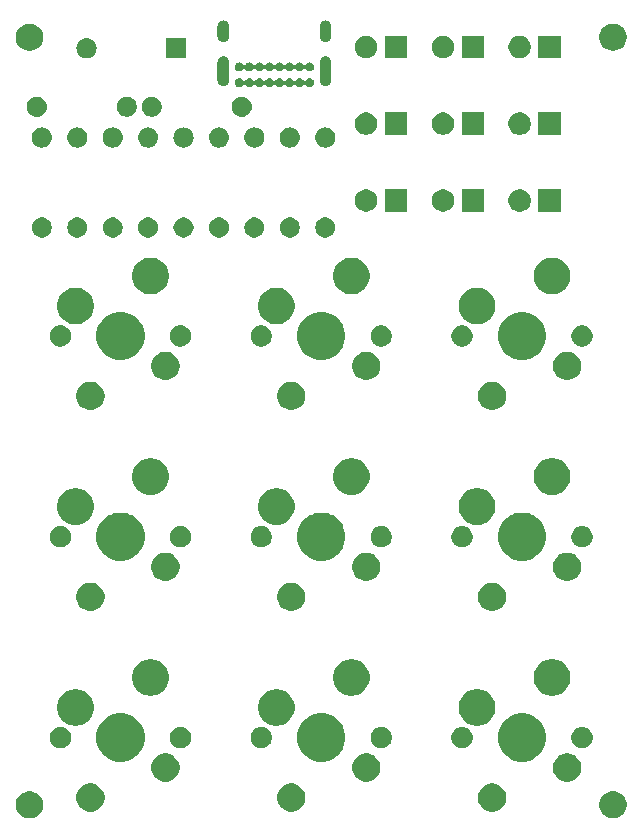
<source format=gbr>
G04 #@! TF.GenerationSoftware,KiCad,Pcbnew,(5.1.0)-1*
G04 #@! TF.CreationDate,2020-10-11T13:47:29-04:00*
G04 #@! TF.ProjectId,switch_tester,73776974-6368-45f7-9465-737465722e6b,rev?*
G04 #@! TF.SameCoordinates,Original*
G04 #@! TF.FileFunction,Soldermask,Top*
G04 #@! TF.FilePolarity,Negative*
%FSLAX46Y46*%
G04 Gerber Fmt 4.6, Leading zero omitted, Abs format (unit mm)*
G04 Created by KiCad (PCBNEW (5.1.0)-1) date 2020-10-11 13:47:29*
%MOMM*%
%LPD*%
G04 APERTURE LIST*
%ADD10C,0.100000*%
G04 APERTURE END LIST*
D10*
G36*
X114924549Y-96571116D02*
G01*
X115035734Y-96593232D01*
X115245203Y-96679997D01*
X115433720Y-96805960D01*
X115594040Y-96966280D01*
X115720003Y-97154797D01*
X115806768Y-97364266D01*
X115851000Y-97586636D01*
X115851000Y-97813364D01*
X115806768Y-98035734D01*
X115720003Y-98245203D01*
X115594040Y-98433720D01*
X115433720Y-98594040D01*
X115245203Y-98720003D01*
X115035734Y-98806768D01*
X114924549Y-98828884D01*
X114813365Y-98851000D01*
X114586635Y-98851000D01*
X114475451Y-98828884D01*
X114364266Y-98806768D01*
X114154797Y-98720003D01*
X113966280Y-98594040D01*
X113805960Y-98433720D01*
X113679997Y-98245203D01*
X113593232Y-98035734D01*
X113549000Y-97813364D01*
X113549000Y-97586636D01*
X113593232Y-97364266D01*
X113679997Y-97154797D01*
X113805960Y-96966280D01*
X113966280Y-96805960D01*
X114154797Y-96679997D01*
X114364266Y-96593232D01*
X114475451Y-96571116D01*
X114586635Y-96549000D01*
X114813365Y-96549000D01*
X114924549Y-96571116D01*
X114924549Y-96571116D01*
G37*
G36*
X65524549Y-96571116D02*
G01*
X65635734Y-96593232D01*
X65845203Y-96679997D01*
X66033720Y-96805960D01*
X66194040Y-96966280D01*
X66320003Y-97154797D01*
X66406768Y-97364266D01*
X66451000Y-97586636D01*
X66451000Y-97813364D01*
X66406768Y-98035734D01*
X66320003Y-98245203D01*
X66194040Y-98433720D01*
X66033720Y-98594040D01*
X65845203Y-98720003D01*
X65635734Y-98806768D01*
X65524549Y-98828884D01*
X65413365Y-98851000D01*
X65186635Y-98851000D01*
X65075451Y-98828884D01*
X64964266Y-98806768D01*
X64754797Y-98720003D01*
X64566280Y-98594040D01*
X64405960Y-98433720D01*
X64279997Y-98245203D01*
X64193232Y-98035734D01*
X64149000Y-97813364D01*
X64149000Y-97586636D01*
X64193232Y-97364266D01*
X64279997Y-97154797D01*
X64405960Y-96966280D01*
X64566280Y-96805960D01*
X64754797Y-96679997D01*
X64964266Y-96593232D01*
X65075451Y-96571116D01*
X65186635Y-96549000D01*
X65413365Y-96549000D01*
X65524549Y-96571116D01*
X65524549Y-96571116D01*
G37*
G36*
X87808276Y-95931884D02*
G01*
X88025569Y-96021890D01*
X88025571Y-96021891D01*
X88221130Y-96152560D01*
X88387440Y-96318870D01*
X88518110Y-96514431D01*
X88608116Y-96731724D01*
X88654000Y-96962400D01*
X88654000Y-97197600D01*
X88608116Y-97428276D01*
X88542521Y-97586635D01*
X88518109Y-97645571D01*
X88387440Y-97841130D01*
X88221130Y-98007440D01*
X88025571Y-98138109D01*
X88025570Y-98138110D01*
X88025569Y-98138110D01*
X87808276Y-98228116D01*
X87577600Y-98274000D01*
X87342400Y-98274000D01*
X87111724Y-98228116D01*
X86894431Y-98138110D01*
X86894430Y-98138110D01*
X86894429Y-98138109D01*
X86698870Y-98007440D01*
X86532560Y-97841130D01*
X86401891Y-97645571D01*
X86377479Y-97586635D01*
X86311884Y-97428276D01*
X86266000Y-97197600D01*
X86266000Y-96962400D01*
X86311884Y-96731724D01*
X86401890Y-96514431D01*
X86532560Y-96318870D01*
X86698870Y-96152560D01*
X86894429Y-96021891D01*
X86894431Y-96021890D01*
X87111724Y-95931884D01*
X87342400Y-95886000D01*
X87577600Y-95886000D01*
X87808276Y-95931884D01*
X87808276Y-95931884D01*
G37*
G36*
X70808276Y-95931884D02*
G01*
X71025569Y-96021890D01*
X71025571Y-96021891D01*
X71221130Y-96152560D01*
X71387440Y-96318870D01*
X71518110Y-96514431D01*
X71608116Y-96731724D01*
X71654000Y-96962400D01*
X71654000Y-97197600D01*
X71608116Y-97428276D01*
X71542521Y-97586635D01*
X71518109Y-97645571D01*
X71387440Y-97841130D01*
X71221130Y-98007440D01*
X71025571Y-98138109D01*
X71025570Y-98138110D01*
X71025569Y-98138110D01*
X70808276Y-98228116D01*
X70577600Y-98274000D01*
X70342400Y-98274000D01*
X70111724Y-98228116D01*
X69894431Y-98138110D01*
X69894430Y-98138110D01*
X69894429Y-98138109D01*
X69698870Y-98007440D01*
X69532560Y-97841130D01*
X69401891Y-97645571D01*
X69377479Y-97586635D01*
X69311884Y-97428276D01*
X69266000Y-97197600D01*
X69266000Y-96962400D01*
X69311884Y-96731724D01*
X69401890Y-96514431D01*
X69532560Y-96318870D01*
X69698870Y-96152560D01*
X69894429Y-96021891D01*
X69894431Y-96021890D01*
X70111724Y-95931884D01*
X70342400Y-95886000D01*
X70577600Y-95886000D01*
X70808276Y-95931884D01*
X70808276Y-95931884D01*
G37*
G36*
X104808276Y-95931884D02*
G01*
X105025569Y-96021890D01*
X105025571Y-96021891D01*
X105221130Y-96152560D01*
X105387440Y-96318870D01*
X105518110Y-96514431D01*
X105608116Y-96731724D01*
X105654000Y-96962400D01*
X105654000Y-97197600D01*
X105608116Y-97428276D01*
X105542521Y-97586635D01*
X105518109Y-97645571D01*
X105387440Y-97841130D01*
X105221130Y-98007440D01*
X105025571Y-98138109D01*
X105025570Y-98138110D01*
X105025569Y-98138110D01*
X104808276Y-98228116D01*
X104577600Y-98274000D01*
X104342400Y-98274000D01*
X104111724Y-98228116D01*
X103894431Y-98138110D01*
X103894430Y-98138110D01*
X103894429Y-98138109D01*
X103698870Y-98007440D01*
X103532560Y-97841130D01*
X103401891Y-97645571D01*
X103377479Y-97586635D01*
X103311884Y-97428276D01*
X103266000Y-97197600D01*
X103266000Y-96962400D01*
X103311884Y-96731724D01*
X103401890Y-96514431D01*
X103532560Y-96318870D01*
X103698870Y-96152560D01*
X103894429Y-96021891D01*
X103894431Y-96021890D01*
X104111724Y-95931884D01*
X104342400Y-95886000D01*
X104577600Y-95886000D01*
X104808276Y-95931884D01*
X104808276Y-95931884D01*
G37*
G36*
X111158276Y-93391884D02*
G01*
X111375569Y-93481890D01*
X111375571Y-93481891D01*
X111534938Y-93588377D01*
X111571130Y-93612560D01*
X111737440Y-93778870D01*
X111868110Y-93974431D01*
X111958116Y-94191724D01*
X112004000Y-94422400D01*
X112004000Y-94657600D01*
X111958116Y-94888276D01*
X111868110Y-95105569D01*
X111868109Y-95105571D01*
X111737440Y-95301130D01*
X111571130Y-95467440D01*
X111375571Y-95598109D01*
X111375570Y-95598110D01*
X111375569Y-95598110D01*
X111158276Y-95688116D01*
X110927600Y-95734000D01*
X110692400Y-95734000D01*
X110461724Y-95688116D01*
X110244431Y-95598110D01*
X110244430Y-95598110D01*
X110244429Y-95598109D01*
X110048870Y-95467440D01*
X109882560Y-95301130D01*
X109751891Y-95105571D01*
X109751890Y-95105569D01*
X109661884Y-94888276D01*
X109616000Y-94657600D01*
X109616000Y-94422400D01*
X109661884Y-94191724D01*
X109751890Y-93974431D01*
X109882560Y-93778870D01*
X110048870Y-93612560D01*
X110085062Y-93588377D01*
X110244429Y-93481891D01*
X110244431Y-93481890D01*
X110461724Y-93391884D01*
X110692400Y-93346000D01*
X110927600Y-93346000D01*
X111158276Y-93391884D01*
X111158276Y-93391884D01*
G37*
G36*
X77158276Y-93391884D02*
G01*
X77375569Y-93481890D01*
X77375571Y-93481891D01*
X77534938Y-93588377D01*
X77571130Y-93612560D01*
X77737440Y-93778870D01*
X77868110Y-93974431D01*
X77958116Y-94191724D01*
X78004000Y-94422400D01*
X78004000Y-94657600D01*
X77958116Y-94888276D01*
X77868110Y-95105569D01*
X77868109Y-95105571D01*
X77737440Y-95301130D01*
X77571130Y-95467440D01*
X77375571Y-95598109D01*
X77375570Y-95598110D01*
X77375569Y-95598110D01*
X77158276Y-95688116D01*
X76927600Y-95734000D01*
X76692400Y-95734000D01*
X76461724Y-95688116D01*
X76244431Y-95598110D01*
X76244430Y-95598110D01*
X76244429Y-95598109D01*
X76048870Y-95467440D01*
X75882560Y-95301130D01*
X75751891Y-95105571D01*
X75751890Y-95105569D01*
X75661884Y-94888276D01*
X75616000Y-94657600D01*
X75616000Y-94422400D01*
X75661884Y-94191724D01*
X75751890Y-93974431D01*
X75882560Y-93778870D01*
X76048870Y-93612560D01*
X76085062Y-93588377D01*
X76244429Y-93481891D01*
X76244431Y-93481890D01*
X76461724Y-93391884D01*
X76692400Y-93346000D01*
X76927600Y-93346000D01*
X77158276Y-93391884D01*
X77158276Y-93391884D01*
G37*
G36*
X94158276Y-93391884D02*
G01*
X94375569Y-93481890D01*
X94375571Y-93481891D01*
X94534938Y-93588377D01*
X94571130Y-93612560D01*
X94737440Y-93778870D01*
X94868110Y-93974431D01*
X94958116Y-94191724D01*
X95004000Y-94422400D01*
X95004000Y-94657600D01*
X94958116Y-94888276D01*
X94868110Y-95105569D01*
X94868109Y-95105571D01*
X94737440Y-95301130D01*
X94571130Y-95467440D01*
X94375571Y-95598109D01*
X94375570Y-95598110D01*
X94375569Y-95598110D01*
X94158276Y-95688116D01*
X93927600Y-95734000D01*
X93692400Y-95734000D01*
X93461724Y-95688116D01*
X93244431Y-95598110D01*
X93244430Y-95598110D01*
X93244429Y-95598109D01*
X93048870Y-95467440D01*
X92882560Y-95301130D01*
X92751891Y-95105571D01*
X92751890Y-95105569D01*
X92661884Y-94888276D01*
X92616000Y-94657600D01*
X92616000Y-94422400D01*
X92661884Y-94191724D01*
X92751890Y-93974431D01*
X92882560Y-93778870D01*
X93048870Y-93612560D01*
X93085062Y-93588377D01*
X93244429Y-93481891D01*
X93244431Y-93481890D01*
X93461724Y-93391884D01*
X93692400Y-93346000D01*
X93927600Y-93346000D01*
X94158276Y-93391884D01*
X94158276Y-93391884D01*
G37*
G36*
X73596474Y-90033684D02*
G01*
X73814474Y-90123983D01*
X73968623Y-90187833D01*
X74303548Y-90411623D01*
X74588377Y-90696452D01*
X74812167Y-91031377D01*
X74876017Y-91185526D01*
X74966316Y-91403526D01*
X75044900Y-91798594D01*
X75044900Y-92201406D01*
X74966316Y-92596474D01*
X74882322Y-92799253D01*
X74812167Y-92968623D01*
X74588377Y-93303548D01*
X74303548Y-93588377D01*
X73968623Y-93812167D01*
X73814474Y-93876017D01*
X73596474Y-93966316D01*
X73201406Y-94044900D01*
X72798594Y-94044900D01*
X72403526Y-93966316D01*
X72185526Y-93876017D01*
X72031377Y-93812167D01*
X71696452Y-93588377D01*
X71411623Y-93303548D01*
X71187833Y-92968623D01*
X71117678Y-92799253D01*
X71033684Y-92596474D01*
X70955100Y-92201406D01*
X70955100Y-91798594D01*
X71033684Y-91403526D01*
X71123983Y-91185526D01*
X71187833Y-91031377D01*
X71411623Y-90696452D01*
X71696452Y-90411623D01*
X72031377Y-90187833D01*
X72185526Y-90123983D01*
X72403526Y-90033684D01*
X72798594Y-89955100D01*
X73201406Y-89955100D01*
X73596474Y-90033684D01*
X73596474Y-90033684D01*
G37*
G36*
X90596474Y-90033684D02*
G01*
X90814474Y-90123983D01*
X90968623Y-90187833D01*
X91303548Y-90411623D01*
X91588377Y-90696452D01*
X91812167Y-91031377D01*
X91876017Y-91185526D01*
X91966316Y-91403526D01*
X92044900Y-91798594D01*
X92044900Y-92201406D01*
X91966316Y-92596474D01*
X91882322Y-92799253D01*
X91812167Y-92968623D01*
X91588377Y-93303548D01*
X91303548Y-93588377D01*
X90968623Y-93812167D01*
X90814474Y-93876017D01*
X90596474Y-93966316D01*
X90201406Y-94044900D01*
X89798594Y-94044900D01*
X89403526Y-93966316D01*
X89185526Y-93876017D01*
X89031377Y-93812167D01*
X88696452Y-93588377D01*
X88411623Y-93303548D01*
X88187833Y-92968623D01*
X88117678Y-92799253D01*
X88033684Y-92596474D01*
X87955100Y-92201406D01*
X87955100Y-91798594D01*
X88033684Y-91403526D01*
X88123983Y-91185526D01*
X88187833Y-91031377D01*
X88411623Y-90696452D01*
X88696452Y-90411623D01*
X89031377Y-90187833D01*
X89185526Y-90123983D01*
X89403526Y-90033684D01*
X89798594Y-89955100D01*
X90201406Y-89955100D01*
X90596474Y-90033684D01*
X90596474Y-90033684D01*
G37*
G36*
X107596474Y-90033684D02*
G01*
X107814474Y-90123983D01*
X107968623Y-90187833D01*
X108303548Y-90411623D01*
X108588377Y-90696452D01*
X108812167Y-91031377D01*
X108876017Y-91185526D01*
X108966316Y-91403526D01*
X109044900Y-91798594D01*
X109044900Y-92201406D01*
X108966316Y-92596474D01*
X108882322Y-92799253D01*
X108812167Y-92968623D01*
X108588377Y-93303548D01*
X108303548Y-93588377D01*
X107968623Y-93812167D01*
X107814474Y-93876017D01*
X107596474Y-93966316D01*
X107201406Y-94044900D01*
X106798594Y-94044900D01*
X106403526Y-93966316D01*
X106185526Y-93876017D01*
X106031377Y-93812167D01*
X105696452Y-93588377D01*
X105411623Y-93303548D01*
X105187833Y-92968623D01*
X105117678Y-92799253D01*
X105033684Y-92596474D01*
X104955100Y-92201406D01*
X104955100Y-91798594D01*
X105033684Y-91403526D01*
X105123983Y-91185526D01*
X105187833Y-91031377D01*
X105411623Y-90696452D01*
X105696452Y-90411623D01*
X106031377Y-90187833D01*
X106185526Y-90123983D01*
X106403526Y-90033684D01*
X106798594Y-89955100D01*
X107201406Y-89955100D01*
X107596474Y-90033684D01*
X107596474Y-90033684D01*
G37*
G36*
X112255952Y-91115429D02*
G01*
X112343075Y-91132759D01*
X112452498Y-91178084D01*
X112507211Y-91200747D01*
X112653933Y-91298783D01*
X112654928Y-91299448D01*
X112780552Y-91425072D01*
X112780554Y-91425075D01*
X112879253Y-91572789D01*
X112879253Y-91572790D01*
X112947241Y-91736925D01*
X112981900Y-91911171D01*
X112981900Y-92088829D01*
X112947241Y-92263075D01*
X112901916Y-92372498D01*
X112879253Y-92427211D01*
X112781217Y-92573933D01*
X112780552Y-92574928D01*
X112654928Y-92700552D01*
X112654925Y-92700554D01*
X112507211Y-92799253D01*
X112452498Y-92821916D01*
X112343075Y-92867241D01*
X112255952Y-92884570D01*
X112168831Y-92901900D01*
X111991169Y-92901900D01*
X111904048Y-92884570D01*
X111816925Y-92867241D01*
X111707502Y-92821916D01*
X111652789Y-92799253D01*
X111505075Y-92700554D01*
X111505072Y-92700552D01*
X111379448Y-92574928D01*
X111378783Y-92573933D01*
X111280747Y-92427211D01*
X111258084Y-92372498D01*
X111212759Y-92263075D01*
X111178100Y-92088829D01*
X111178100Y-91911171D01*
X111212759Y-91736925D01*
X111280747Y-91572790D01*
X111280747Y-91572789D01*
X111379446Y-91425075D01*
X111379448Y-91425072D01*
X111505072Y-91299448D01*
X111506067Y-91298783D01*
X111652789Y-91200747D01*
X111707502Y-91178084D01*
X111816925Y-91132759D01*
X111904048Y-91115429D01*
X111991169Y-91098100D01*
X112168831Y-91098100D01*
X112255952Y-91115429D01*
X112255952Y-91115429D01*
G37*
G36*
X68095952Y-91115429D02*
G01*
X68183075Y-91132759D01*
X68292498Y-91178084D01*
X68347211Y-91200747D01*
X68493933Y-91298783D01*
X68494928Y-91299448D01*
X68620552Y-91425072D01*
X68620554Y-91425075D01*
X68719253Y-91572789D01*
X68719253Y-91572790D01*
X68787241Y-91736925D01*
X68821900Y-91911171D01*
X68821900Y-92088829D01*
X68787241Y-92263075D01*
X68741916Y-92372498D01*
X68719253Y-92427211D01*
X68621217Y-92573933D01*
X68620552Y-92574928D01*
X68494928Y-92700552D01*
X68494925Y-92700554D01*
X68347211Y-92799253D01*
X68292498Y-92821916D01*
X68183075Y-92867241D01*
X68095952Y-92884570D01*
X68008831Y-92901900D01*
X67831169Y-92901900D01*
X67744048Y-92884570D01*
X67656925Y-92867241D01*
X67547502Y-92821916D01*
X67492789Y-92799253D01*
X67345075Y-92700554D01*
X67345072Y-92700552D01*
X67219448Y-92574928D01*
X67218783Y-92573933D01*
X67120747Y-92427211D01*
X67098084Y-92372498D01*
X67052759Y-92263075D01*
X67018100Y-92088829D01*
X67018100Y-91911171D01*
X67052759Y-91736925D01*
X67120747Y-91572790D01*
X67120747Y-91572789D01*
X67219446Y-91425075D01*
X67219448Y-91425072D01*
X67345072Y-91299448D01*
X67346067Y-91298783D01*
X67492789Y-91200747D01*
X67547502Y-91178084D01*
X67656925Y-91132759D01*
X67744048Y-91115429D01*
X67831169Y-91098100D01*
X68008831Y-91098100D01*
X68095952Y-91115429D01*
X68095952Y-91115429D01*
G37*
G36*
X78255952Y-91115429D02*
G01*
X78343075Y-91132759D01*
X78452498Y-91178084D01*
X78507211Y-91200747D01*
X78653933Y-91298783D01*
X78654928Y-91299448D01*
X78780552Y-91425072D01*
X78780554Y-91425075D01*
X78879253Y-91572789D01*
X78879253Y-91572790D01*
X78947241Y-91736925D01*
X78981900Y-91911171D01*
X78981900Y-92088829D01*
X78947241Y-92263075D01*
X78901916Y-92372498D01*
X78879253Y-92427211D01*
X78781217Y-92573933D01*
X78780552Y-92574928D01*
X78654928Y-92700552D01*
X78654925Y-92700554D01*
X78507211Y-92799253D01*
X78452498Y-92821916D01*
X78343075Y-92867241D01*
X78255952Y-92884570D01*
X78168831Y-92901900D01*
X77991169Y-92901900D01*
X77904048Y-92884570D01*
X77816925Y-92867241D01*
X77707502Y-92821916D01*
X77652789Y-92799253D01*
X77505075Y-92700554D01*
X77505072Y-92700552D01*
X77379448Y-92574928D01*
X77378783Y-92573933D01*
X77280747Y-92427211D01*
X77258084Y-92372498D01*
X77212759Y-92263075D01*
X77178100Y-92088829D01*
X77178100Y-91911171D01*
X77212759Y-91736925D01*
X77280747Y-91572790D01*
X77280747Y-91572789D01*
X77379446Y-91425075D01*
X77379448Y-91425072D01*
X77505072Y-91299448D01*
X77506067Y-91298783D01*
X77652789Y-91200747D01*
X77707502Y-91178084D01*
X77816925Y-91132759D01*
X77904048Y-91115429D01*
X77991169Y-91098100D01*
X78168831Y-91098100D01*
X78255952Y-91115429D01*
X78255952Y-91115429D01*
G37*
G36*
X85095952Y-91115429D02*
G01*
X85183075Y-91132759D01*
X85292498Y-91178084D01*
X85347211Y-91200747D01*
X85493933Y-91298783D01*
X85494928Y-91299448D01*
X85620552Y-91425072D01*
X85620554Y-91425075D01*
X85719253Y-91572789D01*
X85719253Y-91572790D01*
X85787241Y-91736925D01*
X85821900Y-91911171D01*
X85821900Y-92088829D01*
X85787241Y-92263075D01*
X85741916Y-92372498D01*
X85719253Y-92427211D01*
X85621217Y-92573933D01*
X85620552Y-92574928D01*
X85494928Y-92700552D01*
X85494925Y-92700554D01*
X85347211Y-92799253D01*
X85292498Y-92821916D01*
X85183075Y-92867241D01*
X85095952Y-92884570D01*
X85008831Y-92901900D01*
X84831169Y-92901900D01*
X84744048Y-92884570D01*
X84656925Y-92867241D01*
X84547502Y-92821916D01*
X84492789Y-92799253D01*
X84345075Y-92700554D01*
X84345072Y-92700552D01*
X84219448Y-92574928D01*
X84218783Y-92573933D01*
X84120747Y-92427211D01*
X84098084Y-92372498D01*
X84052759Y-92263075D01*
X84018100Y-92088829D01*
X84018100Y-91911171D01*
X84052759Y-91736925D01*
X84120747Y-91572790D01*
X84120747Y-91572789D01*
X84219446Y-91425075D01*
X84219448Y-91425072D01*
X84345072Y-91299448D01*
X84346067Y-91298783D01*
X84492789Y-91200747D01*
X84547502Y-91178084D01*
X84656925Y-91132759D01*
X84744048Y-91115429D01*
X84831169Y-91098100D01*
X85008831Y-91098100D01*
X85095952Y-91115429D01*
X85095952Y-91115429D01*
G37*
G36*
X95255952Y-91115429D02*
G01*
X95343075Y-91132759D01*
X95452498Y-91178084D01*
X95507211Y-91200747D01*
X95653933Y-91298783D01*
X95654928Y-91299448D01*
X95780552Y-91425072D01*
X95780554Y-91425075D01*
X95879253Y-91572789D01*
X95879253Y-91572790D01*
X95947241Y-91736925D01*
X95981900Y-91911171D01*
X95981900Y-92088829D01*
X95947241Y-92263075D01*
X95901916Y-92372498D01*
X95879253Y-92427211D01*
X95781217Y-92573933D01*
X95780552Y-92574928D01*
X95654928Y-92700552D01*
X95654925Y-92700554D01*
X95507211Y-92799253D01*
X95452498Y-92821916D01*
X95343075Y-92867241D01*
X95255952Y-92884570D01*
X95168831Y-92901900D01*
X94991169Y-92901900D01*
X94904048Y-92884570D01*
X94816925Y-92867241D01*
X94707502Y-92821916D01*
X94652789Y-92799253D01*
X94505075Y-92700554D01*
X94505072Y-92700552D01*
X94379448Y-92574928D01*
X94378783Y-92573933D01*
X94280747Y-92427211D01*
X94258084Y-92372498D01*
X94212759Y-92263075D01*
X94178100Y-92088829D01*
X94178100Y-91911171D01*
X94212759Y-91736925D01*
X94280747Y-91572790D01*
X94280747Y-91572789D01*
X94379446Y-91425075D01*
X94379448Y-91425072D01*
X94505072Y-91299448D01*
X94506067Y-91298783D01*
X94652789Y-91200747D01*
X94707502Y-91178084D01*
X94816925Y-91132759D01*
X94904048Y-91115429D01*
X94991169Y-91098100D01*
X95168831Y-91098100D01*
X95255952Y-91115429D01*
X95255952Y-91115429D01*
G37*
G36*
X102095952Y-91115429D02*
G01*
X102183075Y-91132759D01*
X102292498Y-91178084D01*
X102347211Y-91200747D01*
X102493933Y-91298783D01*
X102494928Y-91299448D01*
X102620552Y-91425072D01*
X102620554Y-91425075D01*
X102719253Y-91572789D01*
X102719253Y-91572790D01*
X102787241Y-91736925D01*
X102821900Y-91911171D01*
X102821900Y-92088829D01*
X102787241Y-92263075D01*
X102741916Y-92372498D01*
X102719253Y-92427211D01*
X102621217Y-92573933D01*
X102620552Y-92574928D01*
X102494928Y-92700552D01*
X102494925Y-92700554D01*
X102347211Y-92799253D01*
X102292498Y-92821916D01*
X102183075Y-92867241D01*
X102095952Y-92884570D01*
X102008831Y-92901900D01*
X101831169Y-92901900D01*
X101744048Y-92884570D01*
X101656925Y-92867241D01*
X101547502Y-92821916D01*
X101492789Y-92799253D01*
X101345075Y-92700554D01*
X101345072Y-92700552D01*
X101219448Y-92574928D01*
X101218783Y-92573933D01*
X101120747Y-92427211D01*
X101098084Y-92372498D01*
X101052759Y-92263075D01*
X101018100Y-92088829D01*
X101018100Y-91911171D01*
X101052759Y-91736925D01*
X101120747Y-91572790D01*
X101120747Y-91572789D01*
X101219446Y-91425075D01*
X101219448Y-91425072D01*
X101345072Y-91299448D01*
X101346067Y-91298783D01*
X101492789Y-91200747D01*
X101547502Y-91178084D01*
X101656925Y-91132759D01*
X101744048Y-91115429D01*
X101831169Y-91098100D01*
X102008831Y-91098100D01*
X102095952Y-91115429D01*
X102095952Y-91115429D01*
G37*
G36*
X86492585Y-87938802D02*
G01*
X86642410Y-87968604D01*
X86924674Y-88085521D01*
X87178705Y-88255259D01*
X87394741Y-88471295D01*
X87564479Y-88725326D01*
X87681396Y-89007590D01*
X87741000Y-89307240D01*
X87741000Y-89612760D01*
X87681396Y-89912410D01*
X87564479Y-90194674D01*
X87394741Y-90448705D01*
X87178705Y-90664741D01*
X86924674Y-90834479D01*
X86642410Y-90951396D01*
X86492585Y-90981198D01*
X86342761Y-91011000D01*
X86037239Y-91011000D01*
X85887415Y-90981198D01*
X85737590Y-90951396D01*
X85455326Y-90834479D01*
X85201295Y-90664741D01*
X84985259Y-90448705D01*
X84815521Y-90194674D01*
X84698604Y-89912410D01*
X84639000Y-89612760D01*
X84639000Y-89307240D01*
X84698604Y-89007590D01*
X84815521Y-88725326D01*
X84985259Y-88471295D01*
X85201295Y-88255259D01*
X85455326Y-88085521D01*
X85737590Y-87968604D01*
X85887415Y-87938802D01*
X86037239Y-87909000D01*
X86342761Y-87909000D01*
X86492585Y-87938802D01*
X86492585Y-87938802D01*
G37*
G36*
X103492585Y-87938802D02*
G01*
X103642410Y-87968604D01*
X103924674Y-88085521D01*
X104178705Y-88255259D01*
X104394741Y-88471295D01*
X104564479Y-88725326D01*
X104681396Y-89007590D01*
X104741000Y-89307240D01*
X104741000Y-89612760D01*
X104681396Y-89912410D01*
X104564479Y-90194674D01*
X104394741Y-90448705D01*
X104178705Y-90664741D01*
X103924674Y-90834479D01*
X103642410Y-90951396D01*
X103492585Y-90981198D01*
X103342761Y-91011000D01*
X103037239Y-91011000D01*
X102887415Y-90981198D01*
X102737590Y-90951396D01*
X102455326Y-90834479D01*
X102201295Y-90664741D01*
X101985259Y-90448705D01*
X101815521Y-90194674D01*
X101698604Y-89912410D01*
X101639000Y-89612760D01*
X101639000Y-89307240D01*
X101698604Y-89007590D01*
X101815521Y-88725326D01*
X101985259Y-88471295D01*
X102201295Y-88255259D01*
X102455326Y-88085521D01*
X102737590Y-87968604D01*
X102887415Y-87938802D01*
X103037239Y-87909000D01*
X103342761Y-87909000D01*
X103492585Y-87938802D01*
X103492585Y-87938802D01*
G37*
G36*
X69492585Y-87938802D02*
G01*
X69642410Y-87968604D01*
X69924674Y-88085521D01*
X70178705Y-88255259D01*
X70394741Y-88471295D01*
X70564479Y-88725326D01*
X70681396Y-89007590D01*
X70741000Y-89307240D01*
X70741000Y-89612760D01*
X70681396Y-89912410D01*
X70564479Y-90194674D01*
X70394741Y-90448705D01*
X70178705Y-90664741D01*
X69924674Y-90834479D01*
X69642410Y-90951396D01*
X69492585Y-90981198D01*
X69342761Y-91011000D01*
X69037239Y-91011000D01*
X68887415Y-90981198D01*
X68737590Y-90951396D01*
X68455326Y-90834479D01*
X68201295Y-90664741D01*
X67985259Y-90448705D01*
X67815521Y-90194674D01*
X67698604Y-89912410D01*
X67639000Y-89612760D01*
X67639000Y-89307240D01*
X67698604Y-89007590D01*
X67815521Y-88725326D01*
X67985259Y-88471295D01*
X68201295Y-88255259D01*
X68455326Y-88085521D01*
X68737590Y-87968604D01*
X68887415Y-87938802D01*
X69037239Y-87909000D01*
X69342761Y-87909000D01*
X69492585Y-87938802D01*
X69492585Y-87938802D01*
G37*
G36*
X75842585Y-85398802D02*
G01*
X75992410Y-85428604D01*
X76274674Y-85545521D01*
X76528705Y-85715259D01*
X76744741Y-85931295D01*
X76914479Y-86185326D01*
X77031396Y-86467590D01*
X77091000Y-86767240D01*
X77091000Y-87072760D01*
X77031396Y-87372410D01*
X76914479Y-87654674D01*
X76744741Y-87908705D01*
X76528705Y-88124741D01*
X76274674Y-88294479D01*
X75992410Y-88411396D01*
X75842585Y-88441198D01*
X75692761Y-88471000D01*
X75387239Y-88471000D01*
X75237415Y-88441198D01*
X75087590Y-88411396D01*
X74805326Y-88294479D01*
X74551295Y-88124741D01*
X74335259Y-87908705D01*
X74165521Y-87654674D01*
X74048604Y-87372410D01*
X73989000Y-87072760D01*
X73989000Y-86767240D01*
X74048604Y-86467590D01*
X74165521Y-86185326D01*
X74335259Y-85931295D01*
X74551295Y-85715259D01*
X74805326Y-85545521D01*
X75087590Y-85428604D01*
X75237415Y-85398802D01*
X75387239Y-85369000D01*
X75692761Y-85369000D01*
X75842585Y-85398802D01*
X75842585Y-85398802D01*
G37*
G36*
X109842585Y-85398802D02*
G01*
X109992410Y-85428604D01*
X110274674Y-85545521D01*
X110528705Y-85715259D01*
X110744741Y-85931295D01*
X110914479Y-86185326D01*
X111031396Y-86467590D01*
X111091000Y-86767240D01*
X111091000Y-87072760D01*
X111031396Y-87372410D01*
X110914479Y-87654674D01*
X110744741Y-87908705D01*
X110528705Y-88124741D01*
X110274674Y-88294479D01*
X109992410Y-88411396D01*
X109842585Y-88441198D01*
X109692761Y-88471000D01*
X109387239Y-88471000D01*
X109237415Y-88441198D01*
X109087590Y-88411396D01*
X108805326Y-88294479D01*
X108551295Y-88124741D01*
X108335259Y-87908705D01*
X108165521Y-87654674D01*
X108048604Y-87372410D01*
X107989000Y-87072760D01*
X107989000Y-86767240D01*
X108048604Y-86467590D01*
X108165521Y-86185326D01*
X108335259Y-85931295D01*
X108551295Y-85715259D01*
X108805326Y-85545521D01*
X109087590Y-85428604D01*
X109237415Y-85398802D01*
X109387239Y-85369000D01*
X109692761Y-85369000D01*
X109842585Y-85398802D01*
X109842585Y-85398802D01*
G37*
G36*
X92842585Y-85398802D02*
G01*
X92992410Y-85428604D01*
X93274674Y-85545521D01*
X93528705Y-85715259D01*
X93744741Y-85931295D01*
X93914479Y-86185326D01*
X94031396Y-86467590D01*
X94091000Y-86767240D01*
X94091000Y-87072760D01*
X94031396Y-87372410D01*
X93914479Y-87654674D01*
X93744741Y-87908705D01*
X93528705Y-88124741D01*
X93274674Y-88294479D01*
X92992410Y-88411396D01*
X92842585Y-88441198D01*
X92692761Y-88471000D01*
X92387239Y-88471000D01*
X92237415Y-88441198D01*
X92087590Y-88411396D01*
X91805326Y-88294479D01*
X91551295Y-88124741D01*
X91335259Y-87908705D01*
X91165521Y-87654674D01*
X91048604Y-87372410D01*
X90989000Y-87072760D01*
X90989000Y-86767240D01*
X91048604Y-86467590D01*
X91165521Y-86185326D01*
X91335259Y-85931295D01*
X91551295Y-85715259D01*
X91805326Y-85545521D01*
X92087590Y-85428604D01*
X92237415Y-85398802D01*
X92387239Y-85369000D01*
X92692761Y-85369000D01*
X92842585Y-85398802D01*
X92842585Y-85398802D01*
G37*
G36*
X87808276Y-78931884D02*
G01*
X88025569Y-79021890D01*
X88025571Y-79021891D01*
X88221130Y-79152560D01*
X88387440Y-79318870D01*
X88518110Y-79514431D01*
X88608116Y-79731724D01*
X88654000Y-79962400D01*
X88654000Y-80197600D01*
X88608116Y-80428276D01*
X88518110Y-80645569D01*
X88518109Y-80645571D01*
X88387440Y-80841130D01*
X88221130Y-81007440D01*
X88025571Y-81138109D01*
X88025570Y-81138110D01*
X88025569Y-81138110D01*
X87808276Y-81228116D01*
X87577600Y-81274000D01*
X87342400Y-81274000D01*
X87111724Y-81228116D01*
X86894431Y-81138110D01*
X86894430Y-81138110D01*
X86894429Y-81138109D01*
X86698870Y-81007440D01*
X86532560Y-80841130D01*
X86401891Y-80645571D01*
X86401890Y-80645569D01*
X86311884Y-80428276D01*
X86266000Y-80197600D01*
X86266000Y-79962400D01*
X86311884Y-79731724D01*
X86401890Y-79514431D01*
X86532560Y-79318870D01*
X86698870Y-79152560D01*
X86894429Y-79021891D01*
X86894431Y-79021890D01*
X87111724Y-78931884D01*
X87342400Y-78886000D01*
X87577600Y-78886000D01*
X87808276Y-78931884D01*
X87808276Y-78931884D01*
G37*
G36*
X70808276Y-78931884D02*
G01*
X71025569Y-79021890D01*
X71025571Y-79021891D01*
X71221130Y-79152560D01*
X71387440Y-79318870D01*
X71518110Y-79514431D01*
X71608116Y-79731724D01*
X71654000Y-79962400D01*
X71654000Y-80197600D01*
X71608116Y-80428276D01*
X71518110Y-80645569D01*
X71518109Y-80645571D01*
X71387440Y-80841130D01*
X71221130Y-81007440D01*
X71025571Y-81138109D01*
X71025570Y-81138110D01*
X71025569Y-81138110D01*
X70808276Y-81228116D01*
X70577600Y-81274000D01*
X70342400Y-81274000D01*
X70111724Y-81228116D01*
X69894431Y-81138110D01*
X69894430Y-81138110D01*
X69894429Y-81138109D01*
X69698870Y-81007440D01*
X69532560Y-80841130D01*
X69401891Y-80645571D01*
X69401890Y-80645569D01*
X69311884Y-80428276D01*
X69266000Y-80197600D01*
X69266000Y-79962400D01*
X69311884Y-79731724D01*
X69401890Y-79514431D01*
X69532560Y-79318870D01*
X69698870Y-79152560D01*
X69894429Y-79021891D01*
X69894431Y-79021890D01*
X70111724Y-78931884D01*
X70342400Y-78886000D01*
X70577600Y-78886000D01*
X70808276Y-78931884D01*
X70808276Y-78931884D01*
G37*
G36*
X104808276Y-78931884D02*
G01*
X105025569Y-79021890D01*
X105025571Y-79021891D01*
X105221130Y-79152560D01*
X105387440Y-79318870D01*
X105518110Y-79514431D01*
X105608116Y-79731724D01*
X105654000Y-79962400D01*
X105654000Y-80197600D01*
X105608116Y-80428276D01*
X105518110Y-80645569D01*
X105518109Y-80645571D01*
X105387440Y-80841130D01*
X105221130Y-81007440D01*
X105025571Y-81138109D01*
X105025570Y-81138110D01*
X105025569Y-81138110D01*
X104808276Y-81228116D01*
X104577600Y-81274000D01*
X104342400Y-81274000D01*
X104111724Y-81228116D01*
X103894431Y-81138110D01*
X103894430Y-81138110D01*
X103894429Y-81138109D01*
X103698870Y-81007440D01*
X103532560Y-80841130D01*
X103401891Y-80645571D01*
X103401890Y-80645569D01*
X103311884Y-80428276D01*
X103266000Y-80197600D01*
X103266000Y-79962400D01*
X103311884Y-79731724D01*
X103401890Y-79514431D01*
X103532560Y-79318870D01*
X103698870Y-79152560D01*
X103894429Y-79021891D01*
X103894431Y-79021890D01*
X104111724Y-78931884D01*
X104342400Y-78886000D01*
X104577600Y-78886000D01*
X104808276Y-78931884D01*
X104808276Y-78931884D01*
G37*
G36*
X77158276Y-76391884D02*
G01*
X77375569Y-76481890D01*
X77375571Y-76481891D01*
X77534938Y-76588377D01*
X77571130Y-76612560D01*
X77737440Y-76778870D01*
X77868110Y-76974431D01*
X77958116Y-77191724D01*
X78004000Y-77422400D01*
X78004000Y-77657600D01*
X77958116Y-77888276D01*
X77868110Y-78105569D01*
X77868109Y-78105571D01*
X77737440Y-78301130D01*
X77571130Y-78467440D01*
X77375571Y-78598109D01*
X77375570Y-78598110D01*
X77375569Y-78598110D01*
X77158276Y-78688116D01*
X76927600Y-78734000D01*
X76692400Y-78734000D01*
X76461724Y-78688116D01*
X76244431Y-78598110D01*
X76244430Y-78598110D01*
X76244429Y-78598109D01*
X76048870Y-78467440D01*
X75882560Y-78301130D01*
X75751891Y-78105571D01*
X75751890Y-78105569D01*
X75661884Y-77888276D01*
X75616000Y-77657600D01*
X75616000Y-77422400D01*
X75661884Y-77191724D01*
X75751890Y-76974431D01*
X75882560Y-76778870D01*
X76048870Y-76612560D01*
X76085062Y-76588377D01*
X76244429Y-76481891D01*
X76244431Y-76481890D01*
X76461724Y-76391884D01*
X76692400Y-76346000D01*
X76927600Y-76346000D01*
X77158276Y-76391884D01*
X77158276Y-76391884D01*
G37*
G36*
X111158276Y-76391884D02*
G01*
X111375569Y-76481890D01*
X111375571Y-76481891D01*
X111534938Y-76588377D01*
X111571130Y-76612560D01*
X111737440Y-76778870D01*
X111868110Y-76974431D01*
X111958116Y-77191724D01*
X112004000Y-77422400D01*
X112004000Y-77657600D01*
X111958116Y-77888276D01*
X111868110Y-78105569D01*
X111868109Y-78105571D01*
X111737440Y-78301130D01*
X111571130Y-78467440D01*
X111375571Y-78598109D01*
X111375570Y-78598110D01*
X111375569Y-78598110D01*
X111158276Y-78688116D01*
X110927600Y-78734000D01*
X110692400Y-78734000D01*
X110461724Y-78688116D01*
X110244431Y-78598110D01*
X110244430Y-78598110D01*
X110244429Y-78598109D01*
X110048870Y-78467440D01*
X109882560Y-78301130D01*
X109751891Y-78105571D01*
X109751890Y-78105569D01*
X109661884Y-77888276D01*
X109616000Y-77657600D01*
X109616000Y-77422400D01*
X109661884Y-77191724D01*
X109751890Y-76974431D01*
X109882560Y-76778870D01*
X110048870Y-76612560D01*
X110085062Y-76588377D01*
X110244429Y-76481891D01*
X110244431Y-76481890D01*
X110461724Y-76391884D01*
X110692400Y-76346000D01*
X110927600Y-76346000D01*
X111158276Y-76391884D01*
X111158276Y-76391884D01*
G37*
G36*
X94158276Y-76391884D02*
G01*
X94375569Y-76481890D01*
X94375571Y-76481891D01*
X94534938Y-76588377D01*
X94571130Y-76612560D01*
X94737440Y-76778870D01*
X94868110Y-76974431D01*
X94958116Y-77191724D01*
X95004000Y-77422400D01*
X95004000Y-77657600D01*
X94958116Y-77888276D01*
X94868110Y-78105569D01*
X94868109Y-78105571D01*
X94737440Y-78301130D01*
X94571130Y-78467440D01*
X94375571Y-78598109D01*
X94375570Y-78598110D01*
X94375569Y-78598110D01*
X94158276Y-78688116D01*
X93927600Y-78734000D01*
X93692400Y-78734000D01*
X93461724Y-78688116D01*
X93244431Y-78598110D01*
X93244430Y-78598110D01*
X93244429Y-78598109D01*
X93048870Y-78467440D01*
X92882560Y-78301130D01*
X92751891Y-78105571D01*
X92751890Y-78105569D01*
X92661884Y-77888276D01*
X92616000Y-77657600D01*
X92616000Y-77422400D01*
X92661884Y-77191724D01*
X92751890Y-76974431D01*
X92882560Y-76778870D01*
X93048870Y-76612560D01*
X93085062Y-76588377D01*
X93244429Y-76481891D01*
X93244431Y-76481890D01*
X93461724Y-76391884D01*
X93692400Y-76346000D01*
X93927600Y-76346000D01*
X94158276Y-76391884D01*
X94158276Y-76391884D01*
G37*
G36*
X107596474Y-73033684D02*
G01*
X107814474Y-73123983D01*
X107968623Y-73187833D01*
X108303548Y-73411623D01*
X108588377Y-73696452D01*
X108812167Y-74031377D01*
X108876017Y-74185526D01*
X108966316Y-74403526D01*
X109044900Y-74798594D01*
X109044900Y-75201406D01*
X108966316Y-75596474D01*
X108882322Y-75799253D01*
X108812167Y-75968623D01*
X108588377Y-76303548D01*
X108303548Y-76588377D01*
X107968623Y-76812167D01*
X107814474Y-76876017D01*
X107596474Y-76966316D01*
X107201406Y-77044900D01*
X106798594Y-77044900D01*
X106403526Y-76966316D01*
X106185526Y-76876017D01*
X106031377Y-76812167D01*
X105696452Y-76588377D01*
X105411623Y-76303548D01*
X105187833Y-75968623D01*
X105117678Y-75799253D01*
X105033684Y-75596474D01*
X104955100Y-75201406D01*
X104955100Y-74798594D01*
X105033684Y-74403526D01*
X105123983Y-74185526D01*
X105187833Y-74031377D01*
X105411623Y-73696452D01*
X105696452Y-73411623D01*
X106031377Y-73187833D01*
X106185526Y-73123983D01*
X106403526Y-73033684D01*
X106798594Y-72955100D01*
X107201406Y-72955100D01*
X107596474Y-73033684D01*
X107596474Y-73033684D01*
G37*
G36*
X73596474Y-73033684D02*
G01*
X73814474Y-73123983D01*
X73968623Y-73187833D01*
X74303548Y-73411623D01*
X74588377Y-73696452D01*
X74812167Y-74031377D01*
X74876017Y-74185526D01*
X74966316Y-74403526D01*
X75044900Y-74798594D01*
X75044900Y-75201406D01*
X74966316Y-75596474D01*
X74882322Y-75799253D01*
X74812167Y-75968623D01*
X74588377Y-76303548D01*
X74303548Y-76588377D01*
X73968623Y-76812167D01*
X73814474Y-76876017D01*
X73596474Y-76966316D01*
X73201406Y-77044900D01*
X72798594Y-77044900D01*
X72403526Y-76966316D01*
X72185526Y-76876017D01*
X72031377Y-76812167D01*
X71696452Y-76588377D01*
X71411623Y-76303548D01*
X71187833Y-75968623D01*
X71117678Y-75799253D01*
X71033684Y-75596474D01*
X70955100Y-75201406D01*
X70955100Y-74798594D01*
X71033684Y-74403526D01*
X71123983Y-74185526D01*
X71187833Y-74031377D01*
X71411623Y-73696452D01*
X71696452Y-73411623D01*
X72031377Y-73187833D01*
X72185526Y-73123983D01*
X72403526Y-73033684D01*
X72798594Y-72955100D01*
X73201406Y-72955100D01*
X73596474Y-73033684D01*
X73596474Y-73033684D01*
G37*
G36*
X90596474Y-73033684D02*
G01*
X90814474Y-73123983D01*
X90968623Y-73187833D01*
X91303548Y-73411623D01*
X91588377Y-73696452D01*
X91812167Y-74031377D01*
X91876017Y-74185526D01*
X91966316Y-74403526D01*
X92044900Y-74798594D01*
X92044900Y-75201406D01*
X91966316Y-75596474D01*
X91882322Y-75799253D01*
X91812167Y-75968623D01*
X91588377Y-76303548D01*
X91303548Y-76588377D01*
X90968623Y-76812167D01*
X90814474Y-76876017D01*
X90596474Y-76966316D01*
X90201406Y-77044900D01*
X89798594Y-77044900D01*
X89403526Y-76966316D01*
X89185526Y-76876017D01*
X89031377Y-76812167D01*
X88696452Y-76588377D01*
X88411623Y-76303548D01*
X88187833Y-75968623D01*
X88117678Y-75799253D01*
X88033684Y-75596474D01*
X87955100Y-75201406D01*
X87955100Y-74798594D01*
X88033684Y-74403526D01*
X88123983Y-74185526D01*
X88187833Y-74031377D01*
X88411623Y-73696452D01*
X88696452Y-73411623D01*
X89031377Y-73187833D01*
X89185526Y-73123983D01*
X89403526Y-73033684D01*
X89798594Y-72955100D01*
X90201406Y-72955100D01*
X90596474Y-73033684D01*
X90596474Y-73033684D01*
G37*
G36*
X112255952Y-74115430D02*
G01*
X112343075Y-74132759D01*
X112452498Y-74178084D01*
X112507211Y-74200747D01*
X112653933Y-74298783D01*
X112654928Y-74299448D01*
X112780552Y-74425072D01*
X112780554Y-74425075D01*
X112879253Y-74572789D01*
X112879253Y-74572790D01*
X112947241Y-74736925D01*
X112981900Y-74911171D01*
X112981900Y-75088829D01*
X112947241Y-75263075D01*
X112901916Y-75372498D01*
X112879253Y-75427211D01*
X112781217Y-75573933D01*
X112780552Y-75574928D01*
X112654928Y-75700552D01*
X112654925Y-75700554D01*
X112507211Y-75799253D01*
X112452498Y-75821916D01*
X112343075Y-75867241D01*
X112255952Y-75884570D01*
X112168831Y-75901900D01*
X111991169Y-75901900D01*
X111904048Y-75884570D01*
X111816925Y-75867241D01*
X111707502Y-75821916D01*
X111652789Y-75799253D01*
X111505075Y-75700554D01*
X111505072Y-75700552D01*
X111379448Y-75574928D01*
X111378783Y-75573933D01*
X111280747Y-75427211D01*
X111258084Y-75372498D01*
X111212759Y-75263075D01*
X111178100Y-75088829D01*
X111178100Y-74911171D01*
X111212759Y-74736925D01*
X111280747Y-74572790D01*
X111280747Y-74572789D01*
X111379446Y-74425075D01*
X111379448Y-74425072D01*
X111505072Y-74299448D01*
X111506067Y-74298783D01*
X111652789Y-74200747D01*
X111707502Y-74178084D01*
X111816925Y-74132759D01*
X111904048Y-74115430D01*
X111991169Y-74098100D01*
X112168831Y-74098100D01*
X112255952Y-74115430D01*
X112255952Y-74115430D01*
G37*
G36*
X85095952Y-74115430D02*
G01*
X85183075Y-74132759D01*
X85292498Y-74178084D01*
X85347211Y-74200747D01*
X85493933Y-74298783D01*
X85494928Y-74299448D01*
X85620552Y-74425072D01*
X85620554Y-74425075D01*
X85719253Y-74572789D01*
X85719253Y-74572790D01*
X85787241Y-74736925D01*
X85821900Y-74911171D01*
X85821900Y-75088829D01*
X85787241Y-75263075D01*
X85741916Y-75372498D01*
X85719253Y-75427211D01*
X85621217Y-75573933D01*
X85620552Y-75574928D01*
X85494928Y-75700552D01*
X85494925Y-75700554D01*
X85347211Y-75799253D01*
X85292498Y-75821916D01*
X85183075Y-75867241D01*
X85095952Y-75884570D01*
X85008831Y-75901900D01*
X84831169Y-75901900D01*
X84744048Y-75884570D01*
X84656925Y-75867241D01*
X84547502Y-75821916D01*
X84492789Y-75799253D01*
X84345075Y-75700554D01*
X84345072Y-75700552D01*
X84219448Y-75574928D01*
X84218783Y-75573933D01*
X84120747Y-75427211D01*
X84098084Y-75372498D01*
X84052759Y-75263075D01*
X84018100Y-75088829D01*
X84018100Y-74911171D01*
X84052759Y-74736925D01*
X84120747Y-74572790D01*
X84120747Y-74572789D01*
X84219446Y-74425075D01*
X84219448Y-74425072D01*
X84345072Y-74299448D01*
X84346067Y-74298783D01*
X84492789Y-74200747D01*
X84547502Y-74178084D01*
X84656925Y-74132759D01*
X84744048Y-74115430D01*
X84831169Y-74098100D01*
X85008831Y-74098100D01*
X85095952Y-74115430D01*
X85095952Y-74115430D01*
G37*
G36*
X102095952Y-74115430D02*
G01*
X102183075Y-74132759D01*
X102292498Y-74178084D01*
X102347211Y-74200747D01*
X102493933Y-74298783D01*
X102494928Y-74299448D01*
X102620552Y-74425072D01*
X102620554Y-74425075D01*
X102719253Y-74572789D01*
X102719253Y-74572790D01*
X102787241Y-74736925D01*
X102821900Y-74911171D01*
X102821900Y-75088829D01*
X102787241Y-75263075D01*
X102741916Y-75372498D01*
X102719253Y-75427211D01*
X102621217Y-75573933D01*
X102620552Y-75574928D01*
X102494928Y-75700552D01*
X102494925Y-75700554D01*
X102347211Y-75799253D01*
X102292498Y-75821916D01*
X102183075Y-75867241D01*
X102095952Y-75884570D01*
X102008831Y-75901900D01*
X101831169Y-75901900D01*
X101744048Y-75884570D01*
X101656925Y-75867241D01*
X101547502Y-75821916D01*
X101492789Y-75799253D01*
X101345075Y-75700554D01*
X101345072Y-75700552D01*
X101219448Y-75574928D01*
X101218783Y-75573933D01*
X101120747Y-75427211D01*
X101098084Y-75372498D01*
X101052759Y-75263075D01*
X101018100Y-75088829D01*
X101018100Y-74911171D01*
X101052759Y-74736925D01*
X101120747Y-74572790D01*
X101120747Y-74572789D01*
X101219446Y-74425075D01*
X101219448Y-74425072D01*
X101345072Y-74299448D01*
X101346067Y-74298783D01*
X101492789Y-74200747D01*
X101547502Y-74178084D01*
X101656925Y-74132759D01*
X101744048Y-74115430D01*
X101831169Y-74098100D01*
X102008831Y-74098100D01*
X102095952Y-74115430D01*
X102095952Y-74115430D01*
G37*
G36*
X78255952Y-74115430D02*
G01*
X78343075Y-74132759D01*
X78452498Y-74178084D01*
X78507211Y-74200747D01*
X78653933Y-74298783D01*
X78654928Y-74299448D01*
X78780552Y-74425072D01*
X78780554Y-74425075D01*
X78879253Y-74572789D01*
X78879253Y-74572790D01*
X78947241Y-74736925D01*
X78981900Y-74911171D01*
X78981900Y-75088829D01*
X78947241Y-75263075D01*
X78901916Y-75372498D01*
X78879253Y-75427211D01*
X78781217Y-75573933D01*
X78780552Y-75574928D01*
X78654928Y-75700552D01*
X78654925Y-75700554D01*
X78507211Y-75799253D01*
X78452498Y-75821916D01*
X78343075Y-75867241D01*
X78255952Y-75884570D01*
X78168831Y-75901900D01*
X77991169Y-75901900D01*
X77904048Y-75884570D01*
X77816925Y-75867241D01*
X77707502Y-75821916D01*
X77652789Y-75799253D01*
X77505075Y-75700554D01*
X77505072Y-75700552D01*
X77379448Y-75574928D01*
X77378783Y-75573933D01*
X77280747Y-75427211D01*
X77258084Y-75372498D01*
X77212759Y-75263075D01*
X77178100Y-75088829D01*
X77178100Y-74911171D01*
X77212759Y-74736925D01*
X77280747Y-74572790D01*
X77280747Y-74572789D01*
X77379446Y-74425075D01*
X77379448Y-74425072D01*
X77505072Y-74299448D01*
X77506067Y-74298783D01*
X77652789Y-74200747D01*
X77707502Y-74178084D01*
X77816925Y-74132759D01*
X77904048Y-74115430D01*
X77991169Y-74098100D01*
X78168831Y-74098100D01*
X78255952Y-74115430D01*
X78255952Y-74115430D01*
G37*
G36*
X95255952Y-74115430D02*
G01*
X95343075Y-74132759D01*
X95452498Y-74178084D01*
X95507211Y-74200747D01*
X95653933Y-74298783D01*
X95654928Y-74299448D01*
X95780552Y-74425072D01*
X95780554Y-74425075D01*
X95879253Y-74572789D01*
X95879253Y-74572790D01*
X95947241Y-74736925D01*
X95981900Y-74911171D01*
X95981900Y-75088829D01*
X95947241Y-75263075D01*
X95901916Y-75372498D01*
X95879253Y-75427211D01*
X95781217Y-75573933D01*
X95780552Y-75574928D01*
X95654928Y-75700552D01*
X95654925Y-75700554D01*
X95507211Y-75799253D01*
X95452498Y-75821916D01*
X95343075Y-75867241D01*
X95255952Y-75884570D01*
X95168831Y-75901900D01*
X94991169Y-75901900D01*
X94904048Y-75884570D01*
X94816925Y-75867241D01*
X94707502Y-75821916D01*
X94652789Y-75799253D01*
X94505075Y-75700554D01*
X94505072Y-75700552D01*
X94379448Y-75574928D01*
X94378783Y-75573933D01*
X94280747Y-75427211D01*
X94258084Y-75372498D01*
X94212759Y-75263075D01*
X94178100Y-75088829D01*
X94178100Y-74911171D01*
X94212759Y-74736925D01*
X94280747Y-74572790D01*
X94280747Y-74572789D01*
X94379446Y-74425075D01*
X94379448Y-74425072D01*
X94505072Y-74299448D01*
X94506067Y-74298783D01*
X94652789Y-74200747D01*
X94707502Y-74178084D01*
X94816925Y-74132759D01*
X94904048Y-74115430D01*
X94991169Y-74098100D01*
X95168831Y-74098100D01*
X95255952Y-74115430D01*
X95255952Y-74115430D01*
G37*
G36*
X68095952Y-74115430D02*
G01*
X68183075Y-74132759D01*
X68292498Y-74178084D01*
X68347211Y-74200747D01*
X68493933Y-74298783D01*
X68494928Y-74299448D01*
X68620552Y-74425072D01*
X68620554Y-74425075D01*
X68719253Y-74572789D01*
X68719253Y-74572790D01*
X68787241Y-74736925D01*
X68821900Y-74911171D01*
X68821900Y-75088829D01*
X68787241Y-75263075D01*
X68741916Y-75372498D01*
X68719253Y-75427211D01*
X68621217Y-75573933D01*
X68620552Y-75574928D01*
X68494928Y-75700552D01*
X68494925Y-75700554D01*
X68347211Y-75799253D01*
X68292498Y-75821916D01*
X68183075Y-75867241D01*
X68095952Y-75884570D01*
X68008831Y-75901900D01*
X67831169Y-75901900D01*
X67744048Y-75884570D01*
X67656925Y-75867241D01*
X67547502Y-75821916D01*
X67492789Y-75799253D01*
X67345075Y-75700554D01*
X67345072Y-75700552D01*
X67219448Y-75574928D01*
X67218783Y-75573933D01*
X67120747Y-75427211D01*
X67098084Y-75372498D01*
X67052759Y-75263075D01*
X67018100Y-75088829D01*
X67018100Y-74911171D01*
X67052759Y-74736925D01*
X67120747Y-74572790D01*
X67120747Y-74572789D01*
X67219446Y-74425075D01*
X67219448Y-74425072D01*
X67345072Y-74299448D01*
X67346067Y-74298783D01*
X67492789Y-74200747D01*
X67547502Y-74178084D01*
X67656925Y-74132759D01*
X67744048Y-74115430D01*
X67831169Y-74098100D01*
X68008831Y-74098100D01*
X68095952Y-74115430D01*
X68095952Y-74115430D01*
G37*
G36*
X86492585Y-70938802D02*
G01*
X86642410Y-70968604D01*
X86924674Y-71085521D01*
X87178705Y-71255259D01*
X87394741Y-71471295D01*
X87564479Y-71725326D01*
X87681396Y-72007590D01*
X87741000Y-72307240D01*
X87741000Y-72612760D01*
X87681396Y-72912410D01*
X87564479Y-73194674D01*
X87394741Y-73448705D01*
X87178705Y-73664741D01*
X86924674Y-73834479D01*
X86642410Y-73951396D01*
X86492585Y-73981198D01*
X86342761Y-74011000D01*
X86037239Y-74011000D01*
X85887415Y-73981198D01*
X85737590Y-73951396D01*
X85455326Y-73834479D01*
X85201295Y-73664741D01*
X84985259Y-73448705D01*
X84815521Y-73194674D01*
X84698604Y-72912410D01*
X84639000Y-72612760D01*
X84639000Y-72307240D01*
X84698604Y-72007590D01*
X84815521Y-71725326D01*
X84985259Y-71471295D01*
X85201295Y-71255259D01*
X85455326Y-71085521D01*
X85737590Y-70968604D01*
X85887415Y-70938802D01*
X86037239Y-70909000D01*
X86342761Y-70909000D01*
X86492585Y-70938802D01*
X86492585Y-70938802D01*
G37*
G36*
X103492585Y-70938802D02*
G01*
X103642410Y-70968604D01*
X103924674Y-71085521D01*
X104178705Y-71255259D01*
X104394741Y-71471295D01*
X104564479Y-71725326D01*
X104681396Y-72007590D01*
X104741000Y-72307240D01*
X104741000Y-72612760D01*
X104681396Y-72912410D01*
X104564479Y-73194674D01*
X104394741Y-73448705D01*
X104178705Y-73664741D01*
X103924674Y-73834479D01*
X103642410Y-73951396D01*
X103492585Y-73981198D01*
X103342761Y-74011000D01*
X103037239Y-74011000D01*
X102887415Y-73981198D01*
X102737590Y-73951396D01*
X102455326Y-73834479D01*
X102201295Y-73664741D01*
X101985259Y-73448705D01*
X101815521Y-73194674D01*
X101698604Y-72912410D01*
X101639000Y-72612760D01*
X101639000Y-72307240D01*
X101698604Y-72007590D01*
X101815521Y-71725326D01*
X101985259Y-71471295D01*
X102201295Y-71255259D01*
X102455326Y-71085521D01*
X102737590Y-70968604D01*
X102887415Y-70938802D01*
X103037239Y-70909000D01*
X103342761Y-70909000D01*
X103492585Y-70938802D01*
X103492585Y-70938802D01*
G37*
G36*
X69492585Y-70938802D02*
G01*
X69642410Y-70968604D01*
X69924674Y-71085521D01*
X70178705Y-71255259D01*
X70394741Y-71471295D01*
X70564479Y-71725326D01*
X70681396Y-72007590D01*
X70741000Y-72307240D01*
X70741000Y-72612760D01*
X70681396Y-72912410D01*
X70564479Y-73194674D01*
X70394741Y-73448705D01*
X70178705Y-73664741D01*
X69924674Y-73834479D01*
X69642410Y-73951396D01*
X69492585Y-73981198D01*
X69342761Y-74011000D01*
X69037239Y-74011000D01*
X68887415Y-73981198D01*
X68737590Y-73951396D01*
X68455326Y-73834479D01*
X68201295Y-73664741D01*
X67985259Y-73448705D01*
X67815521Y-73194674D01*
X67698604Y-72912410D01*
X67639000Y-72612760D01*
X67639000Y-72307240D01*
X67698604Y-72007590D01*
X67815521Y-71725326D01*
X67985259Y-71471295D01*
X68201295Y-71255259D01*
X68455326Y-71085521D01*
X68737590Y-70968604D01*
X68887415Y-70938802D01*
X69037239Y-70909000D01*
X69342761Y-70909000D01*
X69492585Y-70938802D01*
X69492585Y-70938802D01*
G37*
G36*
X92842585Y-68398802D02*
G01*
X92992410Y-68428604D01*
X93274674Y-68545521D01*
X93528705Y-68715259D01*
X93744741Y-68931295D01*
X93914479Y-69185326D01*
X94031396Y-69467590D01*
X94091000Y-69767240D01*
X94091000Y-70072760D01*
X94031396Y-70372410D01*
X93914479Y-70654674D01*
X93744741Y-70908705D01*
X93528705Y-71124741D01*
X93274674Y-71294479D01*
X92992410Y-71411396D01*
X92842585Y-71441198D01*
X92692761Y-71471000D01*
X92387239Y-71471000D01*
X92237415Y-71441198D01*
X92087590Y-71411396D01*
X91805326Y-71294479D01*
X91551295Y-71124741D01*
X91335259Y-70908705D01*
X91165521Y-70654674D01*
X91048604Y-70372410D01*
X90989000Y-70072760D01*
X90989000Y-69767240D01*
X91048604Y-69467590D01*
X91165521Y-69185326D01*
X91335259Y-68931295D01*
X91551295Y-68715259D01*
X91805326Y-68545521D01*
X92087590Y-68428604D01*
X92237415Y-68398802D01*
X92387239Y-68369000D01*
X92692761Y-68369000D01*
X92842585Y-68398802D01*
X92842585Y-68398802D01*
G37*
G36*
X109842585Y-68398802D02*
G01*
X109992410Y-68428604D01*
X110274674Y-68545521D01*
X110528705Y-68715259D01*
X110744741Y-68931295D01*
X110914479Y-69185326D01*
X111031396Y-69467590D01*
X111091000Y-69767240D01*
X111091000Y-70072760D01*
X111031396Y-70372410D01*
X110914479Y-70654674D01*
X110744741Y-70908705D01*
X110528705Y-71124741D01*
X110274674Y-71294479D01*
X109992410Y-71411396D01*
X109842585Y-71441198D01*
X109692761Y-71471000D01*
X109387239Y-71471000D01*
X109237415Y-71441198D01*
X109087590Y-71411396D01*
X108805326Y-71294479D01*
X108551295Y-71124741D01*
X108335259Y-70908705D01*
X108165521Y-70654674D01*
X108048604Y-70372410D01*
X107989000Y-70072760D01*
X107989000Y-69767240D01*
X108048604Y-69467590D01*
X108165521Y-69185326D01*
X108335259Y-68931295D01*
X108551295Y-68715259D01*
X108805326Y-68545521D01*
X109087590Y-68428604D01*
X109237415Y-68398802D01*
X109387239Y-68369000D01*
X109692761Y-68369000D01*
X109842585Y-68398802D01*
X109842585Y-68398802D01*
G37*
G36*
X75842585Y-68398802D02*
G01*
X75992410Y-68428604D01*
X76274674Y-68545521D01*
X76528705Y-68715259D01*
X76744741Y-68931295D01*
X76914479Y-69185326D01*
X77031396Y-69467590D01*
X77091000Y-69767240D01*
X77091000Y-70072760D01*
X77031396Y-70372410D01*
X76914479Y-70654674D01*
X76744741Y-70908705D01*
X76528705Y-71124741D01*
X76274674Y-71294479D01*
X75992410Y-71411396D01*
X75842585Y-71441198D01*
X75692761Y-71471000D01*
X75387239Y-71471000D01*
X75237415Y-71441198D01*
X75087590Y-71411396D01*
X74805326Y-71294479D01*
X74551295Y-71124741D01*
X74335259Y-70908705D01*
X74165521Y-70654674D01*
X74048604Y-70372410D01*
X73989000Y-70072760D01*
X73989000Y-69767240D01*
X74048604Y-69467590D01*
X74165521Y-69185326D01*
X74335259Y-68931295D01*
X74551295Y-68715259D01*
X74805326Y-68545521D01*
X75087590Y-68428604D01*
X75237415Y-68398802D01*
X75387239Y-68369000D01*
X75692761Y-68369000D01*
X75842585Y-68398802D01*
X75842585Y-68398802D01*
G37*
G36*
X70808276Y-61931884D02*
G01*
X71025569Y-62021890D01*
X71025571Y-62021891D01*
X71221130Y-62152560D01*
X71387440Y-62318870D01*
X71518110Y-62514431D01*
X71608116Y-62731724D01*
X71654000Y-62962400D01*
X71654000Y-63197600D01*
X71608116Y-63428276D01*
X71518110Y-63645569D01*
X71518109Y-63645571D01*
X71387440Y-63841130D01*
X71221130Y-64007440D01*
X71025571Y-64138109D01*
X71025570Y-64138110D01*
X71025569Y-64138110D01*
X70808276Y-64228116D01*
X70577600Y-64274000D01*
X70342400Y-64274000D01*
X70111724Y-64228116D01*
X69894431Y-64138110D01*
X69894430Y-64138110D01*
X69894429Y-64138109D01*
X69698870Y-64007440D01*
X69532560Y-63841130D01*
X69401891Y-63645571D01*
X69401890Y-63645569D01*
X69311884Y-63428276D01*
X69266000Y-63197600D01*
X69266000Y-62962400D01*
X69311884Y-62731724D01*
X69401890Y-62514431D01*
X69532560Y-62318870D01*
X69698870Y-62152560D01*
X69894429Y-62021891D01*
X69894431Y-62021890D01*
X70111724Y-61931884D01*
X70342400Y-61886000D01*
X70577600Y-61886000D01*
X70808276Y-61931884D01*
X70808276Y-61931884D01*
G37*
G36*
X104808276Y-61931884D02*
G01*
X105025569Y-62021890D01*
X105025571Y-62021891D01*
X105221130Y-62152560D01*
X105387440Y-62318870D01*
X105518110Y-62514431D01*
X105608116Y-62731724D01*
X105654000Y-62962400D01*
X105654000Y-63197600D01*
X105608116Y-63428276D01*
X105518110Y-63645569D01*
X105518109Y-63645571D01*
X105387440Y-63841130D01*
X105221130Y-64007440D01*
X105025571Y-64138109D01*
X105025570Y-64138110D01*
X105025569Y-64138110D01*
X104808276Y-64228116D01*
X104577600Y-64274000D01*
X104342400Y-64274000D01*
X104111724Y-64228116D01*
X103894431Y-64138110D01*
X103894430Y-64138110D01*
X103894429Y-64138109D01*
X103698870Y-64007440D01*
X103532560Y-63841130D01*
X103401891Y-63645571D01*
X103401890Y-63645569D01*
X103311884Y-63428276D01*
X103266000Y-63197600D01*
X103266000Y-62962400D01*
X103311884Y-62731724D01*
X103401890Y-62514431D01*
X103532560Y-62318870D01*
X103698870Y-62152560D01*
X103894429Y-62021891D01*
X103894431Y-62021890D01*
X104111724Y-61931884D01*
X104342400Y-61886000D01*
X104577600Y-61886000D01*
X104808276Y-61931884D01*
X104808276Y-61931884D01*
G37*
G36*
X87808276Y-61931884D02*
G01*
X88025569Y-62021890D01*
X88025571Y-62021891D01*
X88221130Y-62152560D01*
X88387440Y-62318870D01*
X88518110Y-62514431D01*
X88608116Y-62731724D01*
X88654000Y-62962400D01*
X88654000Y-63197600D01*
X88608116Y-63428276D01*
X88518110Y-63645569D01*
X88518109Y-63645571D01*
X88387440Y-63841130D01*
X88221130Y-64007440D01*
X88025571Y-64138109D01*
X88025570Y-64138110D01*
X88025569Y-64138110D01*
X87808276Y-64228116D01*
X87577600Y-64274000D01*
X87342400Y-64274000D01*
X87111724Y-64228116D01*
X86894431Y-64138110D01*
X86894430Y-64138110D01*
X86894429Y-64138109D01*
X86698870Y-64007440D01*
X86532560Y-63841130D01*
X86401891Y-63645571D01*
X86401890Y-63645569D01*
X86311884Y-63428276D01*
X86266000Y-63197600D01*
X86266000Y-62962400D01*
X86311884Y-62731724D01*
X86401890Y-62514431D01*
X86532560Y-62318870D01*
X86698870Y-62152560D01*
X86894429Y-62021891D01*
X86894431Y-62021890D01*
X87111724Y-61931884D01*
X87342400Y-61886000D01*
X87577600Y-61886000D01*
X87808276Y-61931884D01*
X87808276Y-61931884D01*
G37*
G36*
X77158276Y-59391884D02*
G01*
X77375569Y-59481890D01*
X77375571Y-59481891D01*
X77534938Y-59588377D01*
X77571130Y-59612560D01*
X77737440Y-59778870D01*
X77868110Y-59974431D01*
X77958116Y-60191724D01*
X78004000Y-60422400D01*
X78004000Y-60657600D01*
X77958116Y-60888276D01*
X77868110Y-61105569D01*
X77868109Y-61105571D01*
X77737440Y-61301130D01*
X77571130Y-61467440D01*
X77375571Y-61598109D01*
X77375570Y-61598110D01*
X77375569Y-61598110D01*
X77158276Y-61688116D01*
X76927600Y-61734000D01*
X76692400Y-61734000D01*
X76461724Y-61688116D01*
X76244431Y-61598110D01*
X76244430Y-61598110D01*
X76244429Y-61598109D01*
X76048870Y-61467440D01*
X75882560Y-61301130D01*
X75751891Y-61105571D01*
X75751890Y-61105569D01*
X75661884Y-60888276D01*
X75616000Y-60657600D01*
X75616000Y-60422400D01*
X75661884Y-60191724D01*
X75751890Y-59974431D01*
X75882560Y-59778870D01*
X76048870Y-59612560D01*
X76085062Y-59588377D01*
X76244429Y-59481891D01*
X76244431Y-59481890D01*
X76461724Y-59391884D01*
X76692400Y-59346000D01*
X76927600Y-59346000D01*
X77158276Y-59391884D01*
X77158276Y-59391884D01*
G37*
G36*
X111158276Y-59391884D02*
G01*
X111375569Y-59481890D01*
X111375571Y-59481891D01*
X111534938Y-59588377D01*
X111571130Y-59612560D01*
X111737440Y-59778870D01*
X111868110Y-59974431D01*
X111958116Y-60191724D01*
X112004000Y-60422400D01*
X112004000Y-60657600D01*
X111958116Y-60888276D01*
X111868110Y-61105569D01*
X111868109Y-61105571D01*
X111737440Y-61301130D01*
X111571130Y-61467440D01*
X111375571Y-61598109D01*
X111375570Y-61598110D01*
X111375569Y-61598110D01*
X111158276Y-61688116D01*
X110927600Y-61734000D01*
X110692400Y-61734000D01*
X110461724Y-61688116D01*
X110244431Y-61598110D01*
X110244430Y-61598110D01*
X110244429Y-61598109D01*
X110048870Y-61467440D01*
X109882560Y-61301130D01*
X109751891Y-61105571D01*
X109751890Y-61105569D01*
X109661884Y-60888276D01*
X109616000Y-60657600D01*
X109616000Y-60422400D01*
X109661884Y-60191724D01*
X109751890Y-59974431D01*
X109882560Y-59778870D01*
X110048870Y-59612560D01*
X110085062Y-59588377D01*
X110244429Y-59481891D01*
X110244431Y-59481890D01*
X110461724Y-59391884D01*
X110692400Y-59346000D01*
X110927600Y-59346000D01*
X111158276Y-59391884D01*
X111158276Y-59391884D01*
G37*
G36*
X94158276Y-59391884D02*
G01*
X94375569Y-59481890D01*
X94375571Y-59481891D01*
X94534938Y-59588377D01*
X94571130Y-59612560D01*
X94737440Y-59778870D01*
X94868110Y-59974431D01*
X94958116Y-60191724D01*
X95004000Y-60422400D01*
X95004000Y-60657600D01*
X94958116Y-60888276D01*
X94868110Y-61105569D01*
X94868109Y-61105571D01*
X94737440Y-61301130D01*
X94571130Y-61467440D01*
X94375571Y-61598109D01*
X94375570Y-61598110D01*
X94375569Y-61598110D01*
X94158276Y-61688116D01*
X93927600Y-61734000D01*
X93692400Y-61734000D01*
X93461724Y-61688116D01*
X93244431Y-61598110D01*
X93244430Y-61598110D01*
X93244429Y-61598109D01*
X93048870Y-61467440D01*
X92882560Y-61301130D01*
X92751891Y-61105571D01*
X92751890Y-61105569D01*
X92661884Y-60888276D01*
X92616000Y-60657600D01*
X92616000Y-60422400D01*
X92661884Y-60191724D01*
X92751890Y-59974431D01*
X92882560Y-59778870D01*
X93048870Y-59612560D01*
X93085062Y-59588377D01*
X93244429Y-59481891D01*
X93244431Y-59481890D01*
X93461724Y-59391884D01*
X93692400Y-59346000D01*
X93927600Y-59346000D01*
X94158276Y-59391884D01*
X94158276Y-59391884D01*
G37*
G36*
X90596474Y-56033684D02*
G01*
X90814474Y-56123983D01*
X90968623Y-56187833D01*
X91303548Y-56411623D01*
X91588377Y-56696452D01*
X91812167Y-57031377D01*
X91876017Y-57185526D01*
X91966316Y-57403526D01*
X92044900Y-57798594D01*
X92044900Y-58201406D01*
X91966316Y-58596474D01*
X91882322Y-58799253D01*
X91812167Y-58968623D01*
X91588377Y-59303548D01*
X91303548Y-59588377D01*
X90968623Y-59812167D01*
X90814474Y-59876017D01*
X90596474Y-59966316D01*
X90201406Y-60044900D01*
X89798594Y-60044900D01*
X89403526Y-59966316D01*
X89185526Y-59876017D01*
X89031377Y-59812167D01*
X88696452Y-59588377D01*
X88411623Y-59303548D01*
X88187833Y-58968623D01*
X88117678Y-58799253D01*
X88033684Y-58596474D01*
X87955100Y-58201406D01*
X87955100Y-57798594D01*
X88033684Y-57403526D01*
X88123983Y-57185526D01*
X88187833Y-57031377D01*
X88411623Y-56696452D01*
X88696452Y-56411623D01*
X89031377Y-56187833D01*
X89185526Y-56123983D01*
X89403526Y-56033684D01*
X89798594Y-55955100D01*
X90201406Y-55955100D01*
X90596474Y-56033684D01*
X90596474Y-56033684D01*
G37*
G36*
X73596474Y-56033684D02*
G01*
X73814474Y-56123983D01*
X73968623Y-56187833D01*
X74303548Y-56411623D01*
X74588377Y-56696452D01*
X74812167Y-57031377D01*
X74876017Y-57185526D01*
X74966316Y-57403526D01*
X75044900Y-57798594D01*
X75044900Y-58201406D01*
X74966316Y-58596474D01*
X74882322Y-58799253D01*
X74812167Y-58968623D01*
X74588377Y-59303548D01*
X74303548Y-59588377D01*
X73968623Y-59812167D01*
X73814474Y-59876017D01*
X73596474Y-59966316D01*
X73201406Y-60044900D01*
X72798594Y-60044900D01*
X72403526Y-59966316D01*
X72185526Y-59876017D01*
X72031377Y-59812167D01*
X71696452Y-59588377D01*
X71411623Y-59303548D01*
X71187833Y-58968623D01*
X71117678Y-58799253D01*
X71033684Y-58596474D01*
X70955100Y-58201406D01*
X70955100Y-57798594D01*
X71033684Y-57403526D01*
X71123983Y-57185526D01*
X71187833Y-57031377D01*
X71411623Y-56696452D01*
X71696452Y-56411623D01*
X72031377Y-56187833D01*
X72185526Y-56123983D01*
X72403526Y-56033684D01*
X72798594Y-55955100D01*
X73201406Y-55955100D01*
X73596474Y-56033684D01*
X73596474Y-56033684D01*
G37*
G36*
X107596474Y-56033684D02*
G01*
X107814474Y-56123983D01*
X107968623Y-56187833D01*
X108303548Y-56411623D01*
X108588377Y-56696452D01*
X108812167Y-57031377D01*
X108876017Y-57185526D01*
X108966316Y-57403526D01*
X109044900Y-57798594D01*
X109044900Y-58201406D01*
X108966316Y-58596474D01*
X108882322Y-58799253D01*
X108812167Y-58968623D01*
X108588377Y-59303548D01*
X108303548Y-59588377D01*
X107968623Y-59812167D01*
X107814474Y-59876017D01*
X107596474Y-59966316D01*
X107201406Y-60044900D01*
X106798594Y-60044900D01*
X106403526Y-59966316D01*
X106185526Y-59876017D01*
X106031377Y-59812167D01*
X105696452Y-59588377D01*
X105411623Y-59303548D01*
X105187833Y-58968623D01*
X105117678Y-58799253D01*
X105033684Y-58596474D01*
X104955100Y-58201406D01*
X104955100Y-57798594D01*
X105033684Y-57403526D01*
X105123983Y-57185526D01*
X105187833Y-57031377D01*
X105411623Y-56696452D01*
X105696452Y-56411623D01*
X106031377Y-56187833D01*
X106185526Y-56123983D01*
X106403526Y-56033684D01*
X106798594Y-55955100D01*
X107201406Y-55955100D01*
X107596474Y-56033684D01*
X107596474Y-56033684D01*
G37*
G36*
X112255952Y-57115429D02*
G01*
X112343075Y-57132759D01*
X112452498Y-57178084D01*
X112507211Y-57200747D01*
X112653933Y-57298783D01*
X112654928Y-57299448D01*
X112780552Y-57425072D01*
X112780554Y-57425075D01*
X112879253Y-57572789D01*
X112879253Y-57572790D01*
X112947241Y-57736925D01*
X112981900Y-57911171D01*
X112981900Y-58088829D01*
X112947241Y-58263075D01*
X112901916Y-58372498D01*
X112879253Y-58427211D01*
X112781217Y-58573933D01*
X112780552Y-58574928D01*
X112654928Y-58700552D01*
X112654925Y-58700554D01*
X112507211Y-58799253D01*
X112452498Y-58821916D01*
X112343075Y-58867241D01*
X112255952Y-58884571D01*
X112168831Y-58901900D01*
X111991169Y-58901900D01*
X111904048Y-58884571D01*
X111816925Y-58867241D01*
X111707502Y-58821916D01*
X111652789Y-58799253D01*
X111505075Y-58700554D01*
X111505072Y-58700552D01*
X111379448Y-58574928D01*
X111378783Y-58573933D01*
X111280747Y-58427211D01*
X111258084Y-58372498D01*
X111212759Y-58263075D01*
X111178100Y-58088829D01*
X111178100Y-57911171D01*
X111212759Y-57736925D01*
X111280747Y-57572790D01*
X111280747Y-57572789D01*
X111379446Y-57425075D01*
X111379448Y-57425072D01*
X111505072Y-57299448D01*
X111506067Y-57298783D01*
X111652789Y-57200747D01*
X111707502Y-57178084D01*
X111816925Y-57132759D01*
X111904048Y-57115429D01*
X111991169Y-57098100D01*
X112168831Y-57098100D01*
X112255952Y-57115429D01*
X112255952Y-57115429D01*
G37*
G36*
X102095952Y-57115429D02*
G01*
X102183075Y-57132759D01*
X102292498Y-57178084D01*
X102347211Y-57200747D01*
X102493933Y-57298783D01*
X102494928Y-57299448D01*
X102620552Y-57425072D01*
X102620554Y-57425075D01*
X102719253Y-57572789D01*
X102719253Y-57572790D01*
X102787241Y-57736925D01*
X102821900Y-57911171D01*
X102821900Y-58088829D01*
X102787241Y-58263075D01*
X102741916Y-58372498D01*
X102719253Y-58427211D01*
X102621217Y-58573933D01*
X102620552Y-58574928D01*
X102494928Y-58700552D01*
X102494925Y-58700554D01*
X102347211Y-58799253D01*
X102292498Y-58821916D01*
X102183075Y-58867241D01*
X102095952Y-58884571D01*
X102008831Y-58901900D01*
X101831169Y-58901900D01*
X101744048Y-58884571D01*
X101656925Y-58867241D01*
X101547502Y-58821916D01*
X101492789Y-58799253D01*
X101345075Y-58700554D01*
X101345072Y-58700552D01*
X101219448Y-58574928D01*
X101218783Y-58573933D01*
X101120747Y-58427211D01*
X101098084Y-58372498D01*
X101052759Y-58263075D01*
X101018100Y-58088829D01*
X101018100Y-57911171D01*
X101052759Y-57736925D01*
X101120747Y-57572790D01*
X101120747Y-57572789D01*
X101219446Y-57425075D01*
X101219448Y-57425072D01*
X101345072Y-57299448D01*
X101346067Y-57298783D01*
X101492789Y-57200747D01*
X101547502Y-57178084D01*
X101656925Y-57132759D01*
X101744048Y-57115429D01*
X101831169Y-57098100D01*
X102008831Y-57098100D01*
X102095952Y-57115429D01*
X102095952Y-57115429D01*
G37*
G36*
X68095952Y-57115429D02*
G01*
X68183075Y-57132759D01*
X68292498Y-57178084D01*
X68347211Y-57200747D01*
X68493933Y-57298783D01*
X68494928Y-57299448D01*
X68620552Y-57425072D01*
X68620554Y-57425075D01*
X68719253Y-57572789D01*
X68719253Y-57572790D01*
X68787241Y-57736925D01*
X68821900Y-57911171D01*
X68821900Y-58088829D01*
X68787241Y-58263075D01*
X68741916Y-58372498D01*
X68719253Y-58427211D01*
X68621217Y-58573933D01*
X68620552Y-58574928D01*
X68494928Y-58700552D01*
X68494925Y-58700554D01*
X68347211Y-58799253D01*
X68292498Y-58821916D01*
X68183075Y-58867241D01*
X68095952Y-58884571D01*
X68008831Y-58901900D01*
X67831169Y-58901900D01*
X67744048Y-58884571D01*
X67656925Y-58867241D01*
X67547502Y-58821916D01*
X67492789Y-58799253D01*
X67345075Y-58700554D01*
X67345072Y-58700552D01*
X67219448Y-58574928D01*
X67218783Y-58573933D01*
X67120747Y-58427211D01*
X67098084Y-58372498D01*
X67052759Y-58263075D01*
X67018100Y-58088829D01*
X67018100Y-57911171D01*
X67052759Y-57736925D01*
X67120747Y-57572790D01*
X67120747Y-57572789D01*
X67219446Y-57425075D01*
X67219448Y-57425072D01*
X67345072Y-57299448D01*
X67346067Y-57298783D01*
X67492789Y-57200747D01*
X67547502Y-57178084D01*
X67656925Y-57132759D01*
X67744048Y-57115429D01*
X67831169Y-57098100D01*
X68008831Y-57098100D01*
X68095952Y-57115429D01*
X68095952Y-57115429D01*
G37*
G36*
X95255952Y-57115429D02*
G01*
X95343075Y-57132759D01*
X95452498Y-57178084D01*
X95507211Y-57200747D01*
X95653933Y-57298783D01*
X95654928Y-57299448D01*
X95780552Y-57425072D01*
X95780554Y-57425075D01*
X95879253Y-57572789D01*
X95879253Y-57572790D01*
X95947241Y-57736925D01*
X95981900Y-57911171D01*
X95981900Y-58088829D01*
X95947241Y-58263075D01*
X95901916Y-58372498D01*
X95879253Y-58427211D01*
X95781217Y-58573933D01*
X95780552Y-58574928D01*
X95654928Y-58700552D01*
X95654925Y-58700554D01*
X95507211Y-58799253D01*
X95452498Y-58821916D01*
X95343075Y-58867241D01*
X95255952Y-58884571D01*
X95168831Y-58901900D01*
X94991169Y-58901900D01*
X94904048Y-58884571D01*
X94816925Y-58867241D01*
X94707502Y-58821916D01*
X94652789Y-58799253D01*
X94505075Y-58700554D01*
X94505072Y-58700552D01*
X94379448Y-58574928D01*
X94378783Y-58573933D01*
X94280747Y-58427211D01*
X94258084Y-58372498D01*
X94212759Y-58263075D01*
X94178100Y-58088829D01*
X94178100Y-57911171D01*
X94212759Y-57736925D01*
X94280747Y-57572790D01*
X94280747Y-57572789D01*
X94379446Y-57425075D01*
X94379448Y-57425072D01*
X94505072Y-57299448D01*
X94506067Y-57298783D01*
X94652789Y-57200747D01*
X94707502Y-57178084D01*
X94816925Y-57132759D01*
X94904048Y-57115429D01*
X94991169Y-57098100D01*
X95168831Y-57098100D01*
X95255952Y-57115429D01*
X95255952Y-57115429D01*
G37*
G36*
X78255952Y-57115429D02*
G01*
X78343075Y-57132759D01*
X78452498Y-57178084D01*
X78507211Y-57200747D01*
X78653933Y-57298783D01*
X78654928Y-57299448D01*
X78780552Y-57425072D01*
X78780554Y-57425075D01*
X78879253Y-57572789D01*
X78879253Y-57572790D01*
X78947241Y-57736925D01*
X78981900Y-57911171D01*
X78981900Y-58088829D01*
X78947241Y-58263075D01*
X78901916Y-58372498D01*
X78879253Y-58427211D01*
X78781217Y-58573933D01*
X78780552Y-58574928D01*
X78654928Y-58700552D01*
X78654925Y-58700554D01*
X78507211Y-58799253D01*
X78452498Y-58821916D01*
X78343075Y-58867241D01*
X78255952Y-58884571D01*
X78168831Y-58901900D01*
X77991169Y-58901900D01*
X77904048Y-58884571D01*
X77816925Y-58867241D01*
X77707502Y-58821916D01*
X77652789Y-58799253D01*
X77505075Y-58700554D01*
X77505072Y-58700552D01*
X77379448Y-58574928D01*
X77378783Y-58573933D01*
X77280747Y-58427211D01*
X77258084Y-58372498D01*
X77212759Y-58263075D01*
X77178100Y-58088829D01*
X77178100Y-57911171D01*
X77212759Y-57736925D01*
X77280747Y-57572790D01*
X77280747Y-57572789D01*
X77379446Y-57425075D01*
X77379448Y-57425072D01*
X77505072Y-57299448D01*
X77506067Y-57298783D01*
X77652789Y-57200747D01*
X77707502Y-57178084D01*
X77816925Y-57132759D01*
X77904048Y-57115429D01*
X77991169Y-57098100D01*
X78168831Y-57098100D01*
X78255952Y-57115429D01*
X78255952Y-57115429D01*
G37*
G36*
X85095952Y-57115429D02*
G01*
X85183075Y-57132759D01*
X85292498Y-57178084D01*
X85347211Y-57200747D01*
X85493933Y-57298783D01*
X85494928Y-57299448D01*
X85620552Y-57425072D01*
X85620554Y-57425075D01*
X85719253Y-57572789D01*
X85719253Y-57572790D01*
X85787241Y-57736925D01*
X85821900Y-57911171D01*
X85821900Y-58088829D01*
X85787241Y-58263075D01*
X85741916Y-58372498D01*
X85719253Y-58427211D01*
X85621217Y-58573933D01*
X85620552Y-58574928D01*
X85494928Y-58700552D01*
X85494925Y-58700554D01*
X85347211Y-58799253D01*
X85292498Y-58821916D01*
X85183075Y-58867241D01*
X85095952Y-58884571D01*
X85008831Y-58901900D01*
X84831169Y-58901900D01*
X84744048Y-58884571D01*
X84656925Y-58867241D01*
X84547502Y-58821916D01*
X84492789Y-58799253D01*
X84345075Y-58700554D01*
X84345072Y-58700552D01*
X84219448Y-58574928D01*
X84218783Y-58573933D01*
X84120747Y-58427211D01*
X84098084Y-58372498D01*
X84052759Y-58263075D01*
X84018100Y-58088829D01*
X84018100Y-57911171D01*
X84052759Y-57736925D01*
X84120747Y-57572790D01*
X84120747Y-57572789D01*
X84219446Y-57425075D01*
X84219448Y-57425072D01*
X84345072Y-57299448D01*
X84346067Y-57298783D01*
X84492789Y-57200747D01*
X84547502Y-57178084D01*
X84656925Y-57132759D01*
X84744048Y-57115429D01*
X84831169Y-57098100D01*
X85008831Y-57098100D01*
X85095952Y-57115429D01*
X85095952Y-57115429D01*
G37*
G36*
X103492585Y-53938802D02*
G01*
X103642410Y-53968604D01*
X103924674Y-54085521D01*
X104178705Y-54255259D01*
X104394741Y-54471295D01*
X104564479Y-54725326D01*
X104681396Y-55007590D01*
X104741000Y-55307240D01*
X104741000Y-55612760D01*
X104681396Y-55912410D01*
X104564479Y-56194674D01*
X104394741Y-56448705D01*
X104178705Y-56664741D01*
X103924674Y-56834479D01*
X103642410Y-56951396D01*
X103492585Y-56981198D01*
X103342761Y-57011000D01*
X103037239Y-57011000D01*
X102887415Y-56981198D01*
X102737590Y-56951396D01*
X102455326Y-56834479D01*
X102201295Y-56664741D01*
X101985259Y-56448705D01*
X101815521Y-56194674D01*
X101698604Y-55912410D01*
X101639000Y-55612760D01*
X101639000Y-55307240D01*
X101698604Y-55007590D01*
X101815521Y-54725326D01*
X101985259Y-54471295D01*
X102201295Y-54255259D01*
X102455326Y-54085521D01*
X102737590Y-53968604D01*
X102887415Y-53938802D01*
X103037239Y-53909000D01*
X103342761Y-53909000D01*
X103492585Y-53938802D01*
X103492585Y-53938802D01*
G37*
G36*
X86492585Y-53938802D02*
G01*
X86642410Y-53968604D01*
X86924674Y-54085521D01*
X87178705Y-54255259D01*
X87394741Y-54471295D01*
X87564479Y-54725326D01*
X87681396Y-55007590D01*
X87741000Y-55307240D01*
X87741000Y-55612760D01*
X87681396Y-55912410D01*
X87564479Y-56194674D01*
X87394741Y-56448705D01*
X87178705Y-56664741D01*
X86924674Y-56834479D01*
X86642410Y-56951396D01*
X86492585Y-56981198D01*
X86342761Y-57011000D01*
X86037239Y-57011000D01*
X85887415Y-56981198D01*
X85737590Y-56951396D01*
X85455326Y-56834479D01*
X85201295Y-56664741D01*
X84985259Y-56448705D01*
X84815521Y-56194674D01*
X84698604Y-55912410D01*
X84639000Y-55612760D01*
X84639000Y-55307240D01*
X84698604Y-55007590D01*
X84815521Y-54725326D01*
X84985259Y-54471295D01*
X85201295Y-54255259D01*
X85455326Y-54085521D01*
X85737590Y-53968604D01*
X85887415Y-53938802D01*
X86037239Y-53909000D01*
X86342761Y-53909000D01*
X86492585Y-53938802D01*
X86492585Y-53938802D01*
G37*
G36*
X69492585Y-53938802D02*
G01*
X69642410Y-53968604D01*
X69924674Y-54085521D01*
X70178705Y-54255259D01*
X70394741Y-54471295D01*
X70564479Y-54725326D01*
X70681396Y-55007590D01*
X70741000Y-55307240D01*
X70741000Y-55612760D01*
X70681396Y-55912410D01*
X70564479Y-56194674D01*
X70394741Y-56448705D01*
X70178705Y-56664741D01*
X69924674Y-56834479D01*
X69642410Y-56951396D01*
X69492585Y-56981198D01*
X69342761Y-57011000D01*
X69037239Y-57011000D01*
X68887415Y-56981198D01*
X68737590Y-56951396D01*
X68455326Y-56834479D01*
X68201295Y-56664741D01*
X67985259Y-56448705D01*
X67815521Y-56194674D01*
X67698604Y-55912410D01*
X67639000Y-55612760D01*
X67639000Y-55307240D01*
X67698604Y-55007590D01*
X67815521Y-54725326D01*
X67985259Y-54471295D01*
X68201295Y-54255259D01*
X68455326Y-54085521D01*
X68737590Y-53968604D01*
X68887415Y-53938802D01*
X69037239Y-53909000D01*
X69342761Y-53909000D01*
X69492585Y-53938802D01*
X69492585Y-53938802D01*
G37*
G36*
X92842585Y-51398802D02*
G01*
X92992410Y-51428604D01*
X93274674Y-51545521D01*
X93528705Y-51715259D01*
X93744741Y-51931295D01*
X93914479Y-52185326D01*
X94031396Y-52467590D01*
X94091000Y-52767240D01*
X94091000Y-53072760D01*
X94031396Y-53372410D01*
X93914479Y-53654674D01*
X93744741Y-53908705D01*
X93528705Y-54124741D01*
X93274674Y-54294479D01*
X92992410Y-54411396D01*
X92842585Y-54441198D01*
X92692761Y-54471000D01*
X92387239Y-54471000D01*
X92237415Y-54441198D01*
X92087590Y-54411396D01*
X91805326Y-54294479D01*
X91551295Y-54124741D01*
X91335259Y-53908705D01*
X91165521Y-53654674D01*
X91048604Y-53372410D01*
X90989000Y-53072760D01*
X90989000Y-52767240D01*
X91048604Y-52467590D01*
X91165521Y-52185326D01*
X91335259Y-51931295D01*
X91551295Y-51715259D01*
X91805326Y-51545521D01*
X92087590Y-51428604D01*
X92237415Y-51398802D01*
X92387239Y-51369000D01*
X92692761Y-51369000D01*
X92842585Y-51398802D01*
X92842585Y-51398802D01*
G37*
G36*
X75842585Y-51398802D02*
G01*
X75992410Y-51428604D01*
X76274674Y-51545521D01*
X76528705Y-51715259D01*
X76744741Y-51931295D01*
X76914479Y-52185326D01*
X77031396Y-52467590D01*
X77091000Y-52767240D01*
X77091000Y-53072760D01*
X77031396Y-53372410D01*
X76914479Y-53654674D01*
X76744741Y-53908705D01*
X76528705Y-54124741D01*
X76274674Y-54294479D01*
X75992410Y-54411396D01*
X75842585Y-54441198D01*
X75692761Y-54471000D01*
X75387239Y-54471000D01*
X75237415Y-54441198D01*
X75087590Y-54411396D01*
X74805326Y-54294479D01*
X74551295Y-54124741D01*
X74335259Y-53908705D01*
X74165521Y-53654674D01*
X74048604Y-53372410D01*
X73989000Y-53072760D01*
X73989000Y-52767240D01*
X74048604Y-52467590D01*
X74165521Y-52185326D01*
X74335259Y-51931295D01*
X74551295Y-51715259D01*
X74805326Y-51545521D01*
X75087590Y-51428604D01*
X75237415Y-51398802D01*
X75387239Y-51369000D01*
X75692761Y-51369000D01*
X75842585Y-51398802D01*
X75842585Y-51398802D01*
G37*
G36*
X109842585Y-51398802D02*
G01*
X109992410Y-51428604D01*
X110274674Y-51545521D01*
X110528705Y-51715259D01*
X110744741Y-51931295D01*
X110914479Y-52185326D01*
X111031396Y-52467590D01*
X111091000Y-52767240D01*
X111091000Y-53072760D01*
X111031396Y-53372410D01*
X110914479Y-53654674D01*
X110744741Y-53908705D01*
X110528705Y-54124741D01*
X110274674Y-54294479D01*
X109992410Y-54411396D01*
X109842585Y-54441198D01*
X109692761Y-54471000D01*
X109387239Y-54471000D01*
X109237415Y-54441198D01*
X109087590Y-54411396D01*
X108805326Y-54294479D01*
X108551295Y-54124741D01*
X108335259Y-53908705D01*
X108165521Y-53654674D01*
X108048604Y-53372410D01*
X107989000Y-53072760D01*
X107989000Y-52767240D01*
X108048604Y-52467590D01*
X108165521Y-52185326D01*
X108335259Y-51931295D01*
X108551295Y-51715259D01*
X108805326Y-51545521D01*
X109087590Y-51428604D01*
X109237415Y-51398802D01*
X109387239Y-51369000D01*
X109692761Y-51369000D01*
X109842585Y-51398802D01*
X109842585Y-51398802D01*
G37*
G36*
X87588228Y-48001703D02*
G01*
X87743100Y-48065853D01*
X87882481Y-48158985D01*
X88001015Y-48277519D01*
X88094147Y-48416900D01*
X88158297Y-48571772D01*
X88191000Y-48736184D01*
X88191000Y-48903816D01*
X88158297Y-49068228D01*
X88094147Y-49223100D01*
X88001015Y-49362481D01*
X87882481Y-49481015D01*
X87743100Y-49574147D01*
X87588228Y-49638297D01*
X87423816Y-49671000D01*
X87256184Y-49671000D01*
X87091772Y-49638297D01*
X86936900Y-49574147D01*
X86797519Y-49481015D01*
X86678985Y-49362481D01*
X86585853Y-49223100D01*
X86521703Y-49068228D01*
X86489000Y-48903816D01*
X86489000Y-48736184D01*
X86521703Y-48571772D01*
X86585853Y-48416900D01*
X86678985Y-48277519D01*
X86797519Y-48158985D01*
X86936900Y-48065853D01*
X87091772Y-48001703D01*
X87256184Y-47969000D01*
X87423816Y-47969000D01*
X87588228Y-48001703D01*
X87588228Y-48001703D01*
G37*
G36*
X66588228Y-48001703D02*
G01*
X66743100Y-48065853D01*
X66882481Y-48158985D01*
X67001015Y-48277519D01*
X67094147Y-48416900D01*
X67158297Y-48571772D01*
X67191000Y-48736184D01*
X67191000Y-48903816D01*
X67158297Y-49068228D01*
X67094147Y-49223100D01*
X67001015Y-49362481D01*
X66882481Y-49481015D01*
X66743100Y-49574147D01*
X66588228Y-49638297D01*
X66423816Y-49671000D01*
X66256184Y-49671000D01*
X66091772Y-49638297D01*
X65936900Y-49574147D01*
X65797519Y-49481015D01*
X65678985Y-49362481D01*
X65585853Y-49223100D01*
X65521703Y-49068228D01*
X65489000Y-48903816D01*
X65489000Y-48736184D01*
X65521703Y-48571772D01*
X65585853Y-48416900D01*
X65678985Y-48277519D01*
X65797519Y-48158985D01*
X65936900Y-48065853D01*
X66091772Y-48001703D01*
X66256184Y-47969000D01*
X66423816Y-47969000D01*
X66588228Y-48001703D01*
X66588228Y-48001703D01*
G37*
G36*
X69588228Y-48001703D02*
G01*
X69743100Y-48065853D01*
X69882481Y-48158985D01*
X70001015Y-48277519D01*
X70094147Y-48416900D01*
X70158297Y-48571772D01*
X70191000Y-48736184D01*
X70191000Y-48903816D01*
X70158297Y-49068228D01*
X70094147Y-49223100D01*
X70001015Y-49362481D01*
X69882481Y-49481015D01*
X69743100Y-49574147D01*
X69588228Y-49638297D01*
X69423816Y-49671000D01*
X69256184Y-49671000D01*
X69091772Y-49638297D01*
X68936900Y-49574147D01*
X68797519Y-49481015D01*
X68678985Y-49362481D01*
X68585853Y-49223100D01*
X68521703Y-49068228D01*
X68489000Y-48903816D01*
X68489000Y-48736184D01*
X68521703Y-48571772D01*
X68585853Y-48416900D01*
X68678985Y-48277519D01*
X68797519Y-48158985D01*
X68936900Y-48065853D01*
X69091772Y-48001703D01*
X69256184Y-47969000D01*
X69423816Y-47969000D01*
X69588228Y-48001703D01*
X69588228Y-48001703D01*
G37*
G36*
X90588228Y-48001703D02*
G01*
X90743100Y-48065853D01*
X90882481Y-48158985D01*
X91001015Y-48277519D01*
X91094147Y-48416900D01*
X91158297Y-48571772D01*
X91191000Y-48736184D01*
X91191000Y-48903816D01*
X91158297Y-49068228D01*
X91094147Y-49223100D01*
X91001015Y-49362481D01*
X90882481Y-49481015D01*
X90743100Y-49574147D01*
X90588228Y-49638297D01*
X90423816Y-49671000D01*
X90256184Y-49671000D01*
X90091772Y-49638297D01*
X89936900Y-49574147D01*
X89797519Y-49481015D01*
X89678985Y-49362481D01*
X89585853Y-49223100D01*
X89521703Y-49068228D01*
X89489000Y-48903816D01*
X89489000Y-48736184D01*
X89521703Y-48571772D01*
X89585853Y-48416900D01*
X89678985Y-48277519D01*
X89797519Y-48158985D01*
X89936900Y-48065853D01*
X90091772Y-48001703D01*
X90256184Y-47969000D01*
X90423816Y-47969000D01*
X90588228Y-48001703D01*
X90588228Y-48001703D01*
G37*
G36*
X81588228Y-48001703D02*
G01*
X81743100Y-48065853D01*
X81882481Y-48158985D01*
X82001015Y-48277519D01*
X82094147Y-48416900D01*
X82158297Y-48571772D01*
X82191000Y-48736184D01*
X82191000Y-48903816D01*
X82158297Y-49068228D01*
X82094147Y-49223100D01*
X82001015Y-49362481D01*
X81882481Y-49481015D01*
X81743100Y-49574147D01*
X81588228Y-49638297D01*
X81423816Y-49671000D01*
X81256184Y-49671000D01*
X81091772Y-49638297D01*
X80936900Y-49574147D01*
X80797519Y-49481015D01*
X80678985Y-49362481D01*
X80585853Y-49223100D01*
X80521703Y-49068228D01*
X80489000Y-48903816D01*
X80489000Y-48736184D01*
X80521703Y-48571772D01*
X80585853Y-48416900D01*
X80678985Y-48277519D01*
X80797519Y-48158985D01*
X80936900Y-48065853D01*
X81091772Y-48001703D01*
X81256184Y-47969000D01*
X81423816Y-47969000D01*
X81588228Y-48001703D01*
X81588228Y-48001703D01*
G37*
G36*
X78588228Y-48001703D02*
G01*
X78743100Y-48065853D01*
X78882481Y-48158985D01*
X79001015Y-48277519D01*
X79094147Y-48416900D01*
X79158297Y-48571772D01*
X79191000Y-48736184D01*
X79191000Y-48903816D01*
X79158297Y-49068228D01*
X79094147Y-49223100D01*
X79001015Y-49362481D01*
X78882481Y-49481015D01*
X78743100Y-49574147D01*
X78588228Y-49638297D01*
X78423816Y-49671000D01*
X78256184Y-49671000D01*
X78091772Y-49638297D01*
X77936900Y-49574147D01*
X77797519Y-49481015D01*
X77678985Y-49362481D01*
X77585853Y-49223100D01*
X77521703Y-49068228D01*
X77489000Y-48903816D01*
X77489000Y-48736184D01*
X77521703Y-48571772D01*
X77585853Y-48416900D01*
X77678985Y-48277519D01*
X77797519Y-48158985D01*
X77936900Y-48065853D01*
X78091772Y-48001703D01*
X78256184Y-47969000D01*
X78423816Y-47969000D01*
X78588228Y-48001703D01*
X78588228Y-48001703D01*
G37*
G36*
X75588228Y-48001703D02*
G01*
X75743100Y-48065853D01*
X75882481Y-48158985D01*
X76001015Y-48277519D01*
X76094147Y-48416900D01*
X76158297Y-48571772D01*
X76191000Y-48736184D01*
X76191000Y-48903816D01*
X76158297Y-49068228D01*
X76094147Y-49223100D01*
X76001015Y-49362481D01*
X75882481Y-49481015D01*
X75743100Y-49574147D01*
X75588228Y-49638297D01*
X75423816Y-49671000D01*
X75256184Y-49671000D01*
X75091772Y-49638297D01*
X74936900Y-49574147D01*
X74797519Y-49481015D01*
X74678985Y-49362481D01*
X74585853Y-49223100D01*
X74521703Y-49068228D01*
X74489000Y-48903816D01*
X74489000Y-48736184D01*
X74521703Y-48571772D01*
X74585853Y-48416900D01*
X74678985Y-48277519D01*
X74797519Y-48158985D01*
X74936900Y-48065853D01*
X75091772Y-48001703D01*
X75256184Y-47969000D01*
X75423816Y-47969000D01*
X75588228Y-48001703D01*
X75588228Y-48001703D01*
G37*
G36*
X72588228Y-48001703D02*
G01*
X72743100Y-48065853D01*
X72882481Y-48158985D01*
X73001015Y-48277519D01*
X73094147Y-48416900D01*
X73158297Y-48571772D01*
X73191000Y-48736184D01*
X73191000Y-48903816D01*
X73158297Y-49068228D01*
X73094147Y-49223100D01*
X73001015Y-49362481D01*
X72882481Y-49481015D01*
X72743100Y-49574147D01*
X72588228Y-49638297D01*
X72423816Y-49671000D01*
X72256184Y-49671000D01*
X72091772Y-49638297D01*
X71936900Y-49574147D01*
X71797519Y-49481015D01*
X71678985Y-49362481D01*
X71585853Y-49223100D01*
X71521703Y-49068228D01*
X71489000Y-48903816D01*
X71489000Y-48736184D01*
X71521703Y-48571772D01*
X71585853Y-48416900D01*
X71678985Y-48277519D01*
X71797519Y-48158985D01*
X71936900Y-48065853D01*
X72091772Y-48001703D01*
X72256184Y-47969000D01*
X72423816Y-47969000D01*
X72588228Y-48001703D01*
X72588228Y-48001703D01*
G37*
G36*
X84588228Y-48001703D02*
G01*
X84743100Y-48065853D01*
X84882481Y-48158985D01*
X85001015Y-48277519D01*
X85094147Y-48416900D01*
X85158297Y-48571772D01*
X85191000Y-48736184D01*
X85191000Y-48903816D01*
X85158297Y-49068228D01*
X85094147Y-49223100D01*
X85001015Y-49362481D01*
X84882481Y-49481015D01*
X84743100Y-49574147D01*
X84588228Y-49638297D01*
X84423816Y-49671000D01*
X84256184Y-49671000D01*
X84091772Y-49638297D01*
X83936900Y-49574147D01*
X83797519Y-49481015D01*
X83678985Y-49362481D01*
X83585853Y-49223100D01*
X83521703Y-49068228D01*
X83489000Y-48903816D01*
X83489000Y-48736184D01*
X83521703Y-48571772D01*
X83585853Y-48416900D01*
X83678985Y-48277519D01*
X83797519Y-48158985D01*
X83936900Y-48065853D01*
X84091772Y-48001703D01*
X84256184Y-47969000D01*
X84423816Y-47969000D01*
X84588228Y-48001703D01*
X84588228Y-48001703D01*
G37*
G36*
X110291000Y-47481000D02*
G01*
X108389000Y-47481000D01*
X108389000Y-45579000D01*
X110291000Y-45579000D01*
X110291000Y-47481000D01*
X110291000Y-47481000D01*
G37*
G36*
X107077395Y-45615546D02*
G01*
X107250466Y-45687234D01*
X107250467Y-45687235D01*
X107406227Y-45791310D01*
X107538690Y-45923773D01*
X107538691Y-45923775D01*
X107642766Y-46079534D01*
X107714454Y-46252605D01*
X107751000Y-46436333D01*
X107751000Y-46623667D01*
X107714454Y-46807395D01*
X107642766Y-46980466D01*
X107642765Y-46980467D01*
X107538690Y-47136227D01*
X107406227Y-47268690D01*
X107327818Y-47321081D01*
X107250466Y-47372766D01*
X107077395Y-47444454D01*
X106893667Y-47481000D01*
X106706333Y-47481000D01*
X106522605Y-47444454D01*
X106349534Y-47372766D01*
X106272182Y-47321081D01*
X106193773Y-47268690D01*
X106061310Y-47136227D01*
X105957235Y-46980467D01*
X105957234Y-46980466D01*
X105885546Y-46807395D01*
X105849000Y-46623667D01*
X105849000Y-46436333D01*
X105885546Y-46252605D01*
X105957234Y-46079534D01*
X106061309Y-45923775D01*
X106061310Y-45923773D01*
X106193773Y-45791310D01*
X106349533Y-45687235D01*
X106349534Y-45687234D01*
X106522605Y-45615546D01*
X106706333Y-45579000D01*
X106893667Y-45579000D01*
X107077395Y-45615546D01*
X107077395Y-45615546D01*
G37*
G36*
X100577395Y-45615546D02*
G01*
X100750466Y-45687234D01*
X100750467Y-45687235D01*
X100906227Y-45791310D01*
X101038690Y-45923773D01*
X101038691Y-45923775D01*
X101142766Y-46079534D01*
X101214454Y-46252605D01*
X101251000Y-46436333D01*
X101251000Y-46623667D01*
X101214454Y-46807395D01*
X101142766Y-46980466D01*
X101142765Y-46980467D01*
X101038690Y-47136227D01*
X100906227Y-47268690D01*
X100827818Y-47321081D01*
X100750466Y-47372766D01*
X100577395Y-47444454D01*
X100393667Y-47481000D01*
X100206333Y-47481000D01*
X100022605Y-47444454D01*
X99849534Y-47372766D01*
X99772182Y-47321081D01*
X99693773Y-47268690D01*
X99561310Y-47136227D01*
X99457235Y-46980467D01*
X99457234Y-46980466D01*
X99385546Y-46807395D01*
X99349000Y-46623667D01*
X99349000Y-46436333D01*
X99385546Y-46252605D01*
X99457234Y-46079534D01*
X99561309Y-45923775D01*
X99561310Y-45923773D01*
X99693773Y-45791310D01*
X99849533Y-45687235D01*
X99849534Y-45687234D01*
X100022605Y-45615546D01*
X100206333Y-45579000D01*
X100393667Y-45579000D01*
X100577395Y-45615546D01*
X100577395Y-45615546D01*
G37*
G36*
X103791000Y-47481000D02*
G01*
X101889000Y-47481000D01*
X101889000Y-45579000D01*
X103791000Y-45579000D01*
X103791000Y-47481000D01*
X103791000Y-47481000D01*
G37*
G36*
X97291000Y-47481000D02*
G01*
X95389000Y-47481000D01*
X95389000Y-45579000D01*
X97291000Y-45579000D01*
X97291000Y-47481000D01*
X97291000Y-47481000D01*
G37*
G36*
X94077395Y-45615546D02*
G01*
X94250466Y-45687234D01*
X94250467Y-45687235D01*
X94406227Y-45791310D01*
X94538690Y-45923773D01*
X94538691Y-45923775D01*
X94642766Y-46079534D01*
X94714454Y-46252605D01*
X94751000Y-46436333D01*
X94751000Y-46623667D01*
X94714454Y-46807395D01*
X94642766Y-46980466D01*
X94642765Y-46980467D01*
X94538690Y-47136227D01*
X94406227Y-47268690D01*
X94327818Y-47321081D01*
X94250466Y-47372766D01*
X94077395Y-47444454D01*
X93893667Y-47481000D01*
X93706333Y-47481000D01*
X93522605Y-47444454D01*
X93349534Y-47372766D01*
X93272182Y-47321081D01*
X93193773Y-47268690D01*
X93061310Y-47136227D01*
X92957235Y-46980467D01*
X92957234Y-46980466D01*
X92885546Y-46807395D01*
X92849000Y-46623667D01*
X92849000Y-46436333D01*
X92885546Y-46252605D01*
X92957234Y-46079534D01*
X93061309Y-45923775D01*
X93061310Y-45923773D01*
X93193773Y-45791310D01*
X93349533Y-45687235D01*
X93349534Y-45687234D01*
X93522605Y-45615546D01*
X93706333Y-45579000D01*
X93893667Y-45579000D01*
X94077395Y-45615546D01*
X94077395Y-45615546D01*
G37*
G36*
X66506823Y-40361313D02*
G01*
X66667242Y-40409976D01*
X66799119Y-40480466D01*
X66815078Y-40488996D01*
X66944659Y-40595341D01*
X67051004Y-40724922D01*
X67051005Y-40724924D01*
X67130024Y-40872758D01*
X67130025Y-40872761D01*
X67139083Y-40902620D01*
X67178687Y-41033177D01*
X67195117Y-41200000D01*
X67178687Y-41366823D01*
X67130024Y-41527242D01*
X67059114Y-41659906D01*
X67051004Y-41675078D01*
X66944659Y-41804659D01*
X66815078Y-41911004D01*
X66815076Y-41911005D01*
X66667242Y-41990024D01*
X66506823Y-42038687D01*
X66381804Y-42051000D01*
X66298196Y-42051000D01*
X66173177Y-42038687D01*
X66012758Y-41990024D01*
X65864924Y-41911005D01*
X65864922Y-41911004D01*
X65735341Y-41804659D01*
X65628996Y-41675078D01*
X65620886Y-41659906D01*
X65549976Y-41527242D01*
X65501313Y-41366823D01*
X65484883Y-41200000D01*
X65501313Y-41033177D01*
X65540917Y-40902620D01*
X65549975Y-40872761D01*
X65549976Y-40872758D01*
X65628995Y-40724924D01*
X65628996Y-40724922D01*
X65735341Y-40595341D01*
X65864922Y-40488996D01*
X65880881Y-40480466D01*
X66012758Y-40409976D01*
X66173177Y-40361313D01*
X66298196Y-40349000D01*
X66381804Y-40349000D01*
X66506823Y-40361313D01*
X66506823Y-40361313D01*
G37*
G36*
X75506823Y-40361313D02*
G01*
X75667242Y-40409976D01*
X75799119Y-40480466D01*
X75815078Y-40488996D01*
X75944659Y-40595341D01*
X76051004Y-40724922D01*
X76051005Y-40724924D01*
X76130024Y-40872758D01*
X76130025Y-40872761D01*
X76139083Y-40902620D01*
X76178687Y-41033177D01*
X76195117Y-41200000D01*
X76178687Y-41366823D01*
X76130024Y-41527242D01*
X76059114Y-41659906D01*
X76051004Y-41675078D01*
X75944659Y-41804659D01*
X75815078Y-41911004D01*
X75815076Y-41911005D01*
X75667242Y-41990024D01*
X75506823Y-42038687D01*
X75381804Y-42051000D01*
X75298196Y-42051000D01*
X75173177Y-42038687D01*
X75012758Y-41990024D01*
X74864924Y-41911005D01*
X74864922Y-41911004D01*
X74735341Y-41804659D01*
X74628996Y-41675078D01*
X74620886Y-41659906D01*
X74549976Y-41527242D01*
X74501313Y-41366823D01*
X74484883Y-41200000D01*
X74501313Y-41033177D01*
X74540917Y-40902620D01*
X74549975Y-40872761D01*
X74549976Y-40872758D01*
X74628995Y-40724924D01*
X74628996Y-40724922D01*
X74735341Y-40595341D01*
X74864922Y-40488996D01*
X74880881Y-40480466D01*
X75012758Y-40409976D01*
X75173177Y-40361313D01*
X75298196Y-40349000D01*
X75381804Y-40349000D01*
X75506823Y-40361313D01*
X75506823Y-40361313D01*
G37*
G36*
X87506823Y-40361313D02*
G01*
X87667242Y-40409976D01*
X87799119Y-40480466D01*
X87815078Y-40488996D01*
X87944659Y-40595341D01*
X88051004Y-40724922D01*
X88051005Y-40724924D01*
X88130024Y-40872758D01*
X88130025Y-40872761D01*
X88139083Y-40902620D01*
X88178687Y-41033177D01*
X88195117Y-41200000D01*
X88178687Y-41366823D01*
X88130024Y-41527242D01*
X88059114Y-41659906D01*
X88051004Y-41675078D01*
X87944659Y-41804659D01*
X87815078Y-41911004D01*
X87815076Y-41911005D01*
X87667242Y-41990024D01*
X87506823Y-42038687D01*
X87381804Y-42051000D01*
X87298196Y-42051000D01*
X87173177Y-42038687D01*
X87012758Y-41990024D01*
X86864924Y-41911005D01*
X86864922Y-41911004D01*
X86735341Y-41804659D01*
X86628996Y-41675078D01*
X86620886Y-41659906D01*
X86549976Y-41527242D01*
X86501313Y-41366823D01*
X86484883Y-41200000D01*
X86501313Y-41033177D01*
X86540917Y-40902620D01*
X86549975Y-40872761D01*
X86549976Y-40872758D01*
X86628995Y-40724924D01*
X86628996Y-40724922D01*
X86735341Y-40595341D01*
X86864922Y-40488996D01*
X86880881Y-40480466D01*
X87012758Y-40409976D01*
X87173177Y-40361313D01*
X87298196Y-40349000D01*
X87381804Y-40349000D01*
X87506823Y-40361313D01*
X87506823Y-40361313D01*
G37*
G36*
X84506823Y-40361313D02*
G01*
X84667242Y-40409976D01*
X84799119Y-40480466D01*
X84815078Y-40488996D01*
X84944659Y-40595341D01*
X85051004Y-40724922D01*
X85051005Y-40724924D01*
X85130024Y-40872758D01*
X85130025Y-40872761D01*
X85139083Y-40902620D01*
X85178687Y-41033177D01*
X85195117Y-41200000D01*
X85178687Y-41366823D01*
X85130024Y-41527242D01*
X85059114Y-41659906D01*
X85051004Y-41675078D01*
X84944659Y-41804659D01*
X84815078Y-41911004D01*
X84815076Y-41911005D01*
X84667242Y-41990024D01*
X84506823Y-42038687D01*
X84381804Y-42051000D01*
X84298196Y-42051000D01*
X84173177Y-42038687D01*
X84012758Y-41990024D01*
X83864924Y-41911005D01*
X83864922Y-41911004D01*
X83735341Y-41804659D01*
X83628996Y-41675078D01*
X83620886Y-41659906D01*
X83549976Y-41527242D01*
X83501313Y-41366823D01*
X83484883Y-41200000D01*
X83501313Y-41033177D01*
X83540917Y-40902620D01*
X83549975Y-40872761D01*
X83549976Y-40872758D01*
X83628995Y-40724924D01*
X83628996Y-40724922D01*
X83735341Y-40595341D01*
X83864922Y-40488996D01*
X83880881Y-40480466D01*
X84012758Y-40409976D01*
X84173177Y-40361313D01*
X84298196Y-40349000D01*
X84381804Y-40349000D01*
X84506823Y-40361313D01*
X84506823Y-40361313D01*
G37*
G36*
X81506823Y-40361313D02*
G01*
X81667242Y-40409976D01*
X81799119Y-40480466D01*
X81815078Y-40488996D01*
X81944659Y-40595341D01*
X82051004Y-40724922D01*
X82051005Y-40724924D01*
X82130024Y-40872758D01*
X82130025Y-40872761D01*
X82139083Y-40902620D01*
X82178687Y-41033177D01*
X82195117Y-41200000D01*
X82178687Y-41366823D01*
X82130024Y-41527242D01*
X82059114Y-41659906D01*
X82051004Y-41675078D01*
X81944659Y-41804659D01*
X81815078Y-41911004D01*
X81815076Y-41911005D01*
X81667242Y-41990024D01*
X81506823Y-42038687D01*
X81381804Y-42051000D01*
X81298196Y-42051000D01*
X81173177Y-42038687D01*
X81012758Y-41990024D01*
X80864924Y-41911005D01*
X80864922Y-41911004D01*
X80735341Y-41804659D01*
X80628996Y-41675078D01*
X80620886Y-41659906D01*
X80549976Y-41527242D01*
X80501313Y-41366823D01*
X80484883Y-41200000D01*
X80501313Y-41033177D01*
X80540917Y-40902620D01*
X80549975Y-40872761D01*
X80549976Y-40872758D01*
X80628995Y-40724924D01*
X80628996Y-40724922D01*
X80735341Y-40595341D01*
X80864922Y-40488996D01*
X80880881Y-40480466D01*
X81012758Y-40409976D01*
X81173177Y-40361313D01*
X81298196Y-40349000D01*
X81381804Y-40349000D01*
X81506823Y-40361313D01*
X81506823Y-40361313D01*
G37*
G36*
X78506823Y-40361313D02*
G01*
X78667242Y-40409976D01*
X78799119Y-40480466D01*
X78815078Y-40488996D01*
X78944659Y-40595341D01*
X79051004Y-40724922D01*
X79051005Y-40724924D01*
X79130024Y-40872758D01*
X79130025Y-40872761D01*
X79139083Y-40902620D01*
X79178687Y-41033177D01*
X79195117Y-41200000D01*
X79178687Y-41366823D01*
X79130024Y-41527242D01*
X79059114Y-41659906D01*
X79051004Y-41675078D01*
X78944659Y-41804659D01*
X78815078Y-41911004D01*
X78815076Y-41911005D01*
X78667242Y-41990024D01*
X78506823Y-42038687D01*
X78381804Y-42051000D01*
X78298196Y-42051000D01*
X78173177Y-42038687D01*
X78012758Y-41990024D01*
X77864924Y-41911005D01*
X77864922Y-41911004D01*
X77735341Y-41804659D01*
X77628996Y-41675078D01*
X77620886Y-41659906D01*
X77549976Y-41527242D01*
X77501313Y-41366823D01*
X77484883Y-41200000D01*
X77501313Y-41033177D01*
X77540917Y-40902620D01*
X77549975Y-40872761D01*
X77549976Y-40872758D01*
X77628995Y-40724924D01*
X77628996Y-40724922D01*
X77735341Y-40595341D01*
X77864922Y-40488996D01*
X77880881Y-40480466D01*
X78012758Y-40409976D01*
X78173177Y-40361313D01*
X78298196Y-40349000D01*
X78381804Y-40349000D01*
X78506823Y-40361313D01*
X78506823Y-40361313D01*
G37*
G36*
X72506823Y-40361313D02*
G01*
X72667242Y-40409976D01*
X72799119Y-40480466D01*
X72815078Y-40488996D01*
X72944659Y-40595341D01*
X73051004Y-40724922D01*
X73051005Y-40724924D01*
X73130024Y-40872758D01*
X73130025Y-40872761D01*
X73139083Y-40902620D01*
X73178687Y-41033177D01*
X73195117Y-41200000D01*
X73178687Y-41366823D01*
X73130024Y-41527242D01*
X73059114Y-41659906D01*
X73051004Y-41675078D01*
X72944659Y-41804659D01*
X72815078Y-41911004D01*
X72815076Y-41911005D01*
X72667242Y-41990024D01*
X72506823Y-42038687D01*
X72381804Y-42051000D01*
X72298196Y-42051000D01*
X72173177Y-42038687D01*
X72012758Y-41990024D01*
X71864924Y-41911005D01*
X71864922Y-41911004D01*
X71735341Y-41804659D01*
X71628996Y-41675078D01*
X71620886Y-41659906D01*
X71549976Y-41527242D01*
X71501313Y-41366823D01*
X71484883Y-41200000D01*
X71501313Y-41033177D01*
X71540917Y-40902620D01*
X71549975Y-40872761D01*
X71549976Y-40872758D01*
X71628995Y-40724924D01*
X71628996Y-40724922D01*
X71735341Y-40595341D01*
X71864922Y-40488996D01*
X71880881Y-40480466D01*
X72012758Y-40409976D01*
X72173177Y-40361313D01*
X72298196Y-40349000D01*
X72381804Y-40349000D01*
X72506823Y-40361313D01*
X72506823Y-40361313D01*
G37*
G36*
X69506823Y-40361313D02*
G01*
X69667242Y-40409976D01*
X69799119Y-40480466D01*
X69815078Y-40488996D01*
X69944659Y-40595341D01*
X70051004Y-40724922D01*
X70051005Y-40724924D01*
X70130024Y-40872758D01*
X70130025Y-40872761D01*
X70139083Y-40902620D01*
X70178687Y-41033177D01*
X70195117Y-41200000D01*
X70178687Y-41366823D01*
X70130024Y-41527242D01*
X70059114Y-41659906D01*
X70051004Y-41675078D01*
X69944659Y-41804659D01*
X69815078Y-41911004D01*
X69815076Y-41911005D01*
X69667242Y-41990024D01*
X69506823Y-42038687D01*
X69381804Y-42051000D01*
X69298196Y-42051000D01*
X69173177Y-42038687D01*
X69012758Y-41990024D01*
X68864924Y-41911005D01*
X68864922Y-41911004D01*
X68735341Y-41804659D01*
X68628996Y-41675078D01*
X68620886Y-41659906D01*
X68549976Y-41527242D01*
X68501313Y-41366823D01*
X68484883Y-41200000D01*
X68501313Y-41033177D01*
X68540917Y-40902620D01*
X68549975Y-40872761D01*
X68549976Y-40872758D01*
X68628995Y-40724924D01*
X68628996Y-40724922D01*
X68735341Y-40595341D01*
X68864922Y-40488996D01*
X68880881Y-40480466D01*
X69012758Y-40409976D01*
X69173177Y-40361313D01*
X69298196Y-40349000D01*
X69381804Y-40349000D01*
X69506823Y-40361313D01*
X69506823Y-40361313D01*
G37*
G36*
X90506823Y-40361313D02*
G01*
X90667242Y-40409976D01*
X90799119Y-40480466D01*
X90815078Y-40488996D01*
X90944659Y-40595341D01*
X91051004Y-40724922D01*
X91051005Y-40724924D01*
X91130024Y-40872758D01*
X91130025Y-40872761D01*
X91139083Y-40902620D01*
X91178687Y-41033177D01*
X91195117Y-41200000D01*
X91178687Y-41366823D01*
X91130024Y-41527242D01*
X91059114Y-41659906D01*
X91051004Y-41675078D01*
X90944659Y-41804659D01*
X90815078Y-41911004D01*
X90815076Y-41911005D01*
X90667242Y-41990024D01*
X90506823Y-42038687D01*
X90381804Y-42051000D01*
X90298196Y-42051000D01*
X90173177Y-42038687D01*
X90012758Y-41990024D01*
X89864924Y-41911005D01*
X89864922Y-41911004D01*
X89735341Y-41804659D01*
X89628996Y-41675078D01*
X89620886Y-41659906D01*
X89549976Y-41527242D01*
X89501313Y-41366823D01*
X89484883Y-41200000D01*
X89501313Y-41033177D01*
X89540917Y-40902620D01*
X89549975Y-40872761D01*
X89549976Y-40872758D01*
X89628995Y-40724924D01*
X89628996Y-40724922D01*
X89735341Y-40595341D01*
X89864922Y-40488996D01*
X89880881Y-40480466D01*
X90012758Y-40409976D01*
X90173177Y-40361313D01*
X90298196Y-40349000D01*
X90381804Y-40349000D01*
X90506823Y-40361313D01*
X90506823Y-40361313D01*
G37*
G36*
X107077395Y-39115546D02*
G01*
X107250466Y-39187234D01*
X107250467Y-39187235D01*
X107406227Y-39291310D01*
X107538690Y-39423773D01*
X107591081Y-39502182D01*
X107642766Y-39579534D01*
X107714454Y-39752605D01*
X107751000Y-39936333D01*
X107751000Y-40123667D01*
X107714454Y-40307395D01*
X107642766Y-40480466D01*
X107642765Y-40480467D01*
X107538690Y-40636227D01*
X107406227Y-40768690D01*
X107327818Y-40821081D01*
X107250466Y-40872766D01*
X107077395Y-40944454D01*
X106893667Y-40981000D01*
X106706333Y-40981000D01*
X106522605Y-40944454D01*
X106349534Y-40872766D01*
X106272182Y-40821081D01*
X106193773Y-40768690D01*
X106061310Y-40636227D01*
X105957235Y-40480467D01*
X105957234Y-40480466D01*
X105885546Y-40307395D01*
X105849000Y-40123667D01*
X105849000Y-39936333D01*
X105885546Y-39752605D01*
X105957234Y-39579534D01*
X106008919Y-39502182D01*
X106061310Y-39423773D01*
X106193773Y-39291310D01*
X106349533Y-39187235D01*
X106349534Y-39187234D01*
X106522605Y-39115546D01*
X106706333Y-39079000D01*
X106893667Y-39079000D01*
X107077395Y-39115546D01*
X107077395Y-39115546D01*
G37*
G36*
X94077395Y-39115546D02*
G01*
X94250466Y-39187234D01*
X94250467Y-39187235D01*
X94406227Y-39291310D01*
X94538690Y-39423773D01*
X94591081Y-39502182D01*
X94642766Y-39579534D01*
X94714454Y-39752605D01*
X94751000Y-39936333D01*
X94751000Y-40123667D01*
X94714454Y-40307395D01*
X94642766Y-40480466D01*
X94642765Y-40480467D01*
X94538690Y-40636227D01*
X94406227Y-40768690D01*
X94327818Y-40821081D01*
X94250466Y-40872766D01*
X94077395Y-40944454D01*
X93893667Y-40981000D01*
X93706333Y-40981000D01*
X93522605Y-40944454D01*
X93349534Y-40872766D01*
X93272182Y-40821081D01*
X93193773Y-40768690D01*
X93061310Y-40636227D01*
X92957235Y-40480467D01*
X92957234Y-40480466D01*
X92885546Y-40307395D01*
X92849000Y-40123667D01*
X92849000Y-39936333D01*
X92885546Y-39752605D01*
X92957234Y-39579534D01*
X93008919Y-39502182D01*
X93061310Y-39423773D01*
X93193773Y-39291310D01*
X93349533Y-39187235D01*
X93349534Y-39187234D01*
X93522605Y-39115546D01*
X93706333Y-39079000D01*
X93893667Y-39079000D01*
X94077395Y-39115546D01*
X94077395Y-39115546D01*
G37*
G36*
X97291000Y-40981000D02*
G01*
X95389000Y-40981000D01*
X95389000Y-39079000D01*
X97291000Y-39079000D01*
X97291000Y-40981000D01*
X97291000Y-40981000D01*
G37*
G36*
X103791000Y-40981000D02*
G01*
X101889000Y-40981000D01*
X101889000Y-39079000D01*
X103791000Y-39079000D01*
X103791000Y-40981000D01*
X103791000Y-40981000D01*
G37*
G36*
X110291000Y-40981000D02*
G01*
X108389000Y-40981000D01*
X108389000Y-39079000D01*
X110291000Y-39079000D01*
X110291000Y-40981000D01*
X110291000Y-40981000D01*
G37*
G36*
X100577395Y-39115546D02*
G01*
X100750466Y-39187234D01*
X100750467Y-39187235D01*
X100906227Y-39291310D01*
X101038690Y-39423773D01*
X101091081Y-39502182D01*
X101142766Y-39579534D01*
X101214454Y-39752605D01*
X101251000Y-39936333D01*
X101251000Y-40123667D01*
X101214454Y-40307395D01*
X101142766Y-40480466D01*
X101142765Y-40480467D01*
X101038690Y-40636227D01*
X100906227Y-40768690D01*
X100827818Y-40821081D01*
X100750466Y-40872766D01*
X100577395Y-40944454D01*
X100393667Y-40981000D01*
X100206333Y-40981000D01*
X100022605Y-40944454D01*
X99849534Y-40872766D01*
X99772182Y-40821081D01*
X99693773Y-40768690D01*
X99561310Y-40636227D01*
X99457235Y-40480467D01*
X99457234Y-40480466D01*
X99385546Y-40307395D01*
X99349000Y-40123667D01*
X99349000Y-39936333D01*
X99385546Y-39752605D01*
X99457234Y-39579534D01*
X99508919Y-39502182D01*
X99561310Y-39423773D01*
X99693773Y-39291310D01*
X99849533Y-39187235D01*
X99849534Y-39187234D01*
X100022605Y-39115546D01*
X100206333Y-39079000D01*
X100393667Y-39079000D01*
X100577395Y-39115546D01*
X100577395Y-39115546D01*
G37*
G36*
X75888228Y-37771703D02*
G01*
X76043100Y-37835853D01*
X76182481Y-37928985D01*
X76301015Y-38047519D01*
X76394147Y-38186900D01*
X76458297Y-38341772D01*
X76491000Y-38506184D01*
X76491000Y-38673816D01*
X76458297Y-38838228D01*
X76394147Y-38993100D01*
X76301015Y-39132481D01*
X76182481Y-39251015D01*
X76043100Y-39344147D01*
X75888228Y-39408297D01*
X75723816Y-39441000D01*
X75556184Y-39441000D01*
X75391772Y-39408297D01*
X75236900Y-39344147D01*
X75097519Y-39251015D01*
X74978985Y-39132481D01*
X74885853Y-38993100D01*
X74821703Y-38838228D01*
X74789000Y-38673816D01*
X74789000Y-38506184D01*
X74821703Y-38341772D01*
X74885853Y-38186900D01*
X74978985Y-38047519D01*
X75097519Y-37928985D01*
X75236900Y-37835853D01*
X75391772Y-37771703D01*
X75556184Y-37739000D01*
X75723816Y-37739000D01*
X75888228Y-37771703D01*
X75888228Y-37771703D01*
G37*
G36*
X66086823Y-37751313D02*
G01*
X66247242Y-37799976D01*
X66314361Y-37835852D01*
X66395078Y-37878996D01*
X66524659Y-37985341D01*
X66631004Y-38114922D01*
X66631005Y-38114924D01*
X66710024Y-38262758D01*
X66758687Y-38423177D01*
X66775117Y-38590000D01*
X66758687Y-38756823D01*
X66710024Y-38917242D01*
X66669477Y-38993100D01*
X66631004Y-39065078D01*
X66524659Y-39194659D01*
X66395078Y-39301004D01*
X66395076Y-39301005D01*
X66247242Y-39380024D01*
X66086823Y-39428687D01*
X65961804Y-39441000D01*
X65878196Y-39441000D01*
X65753177Y-39428687D01*
X65592758Y-39380024D01*
X65444924Y-39301005D01*
X65444922Y-39301004D01*
X65315341Y-39194659D01*
X65208996Y-39065078D01*
X65170523Y-38993100D01*
X65129976Y-38917242D01*
X65081313Y-38756823D01*
X65064883Y-38590000D01*
X65081313Y-38423177D01*
X65129976Y-38262758D01*
X65208995Y-38114924D01*
X65208996Y-38114922D01*
X65315341Y-37985341D01*
X65444922Y-37878996D01*
X65525639Y-37835852D01*
X65592758Y-37799976D01*
X65753177Y-37751313D01*
X65878196Y-37739000D01*
X65961804Y-37739000D01*
X66086823Y-37751313D01*
X66086823Y-37751313D01*
G37*
G36*
X73788228Y-37771703D02*
G01*
X73943100Y-37835853D01*
X74082481Y-37928985D01*
X74201015Y-38047519D01*
X74294147Y-38186900D01*
X74358297Y-38341772D01*
X74391000Y-38506184D01*
X74391000Y-38673816D01*
X74358297Y-38838228D01*
X74294147Y-38993100D01*
X74201015Y-39132481D01*
X74082481Y-39251015D01*
X73943100Y-39344147D01*
X73788228Y-39408297D01*
X73623816Y-39441000D01*
X73456184Y-39441000D01*
X73291772Y-39408297D01*
X73136900Y-39344147D01*
X72997519Y-39251015D01*
X72878985Y-39132481D01*
X72785853Y-38993100D01*
X72721703Y-38838228D01*
X72689000Y-38673816D01*
X72689000Y-38506184D01*
X72721703Y-38341772D01*
X72785853Y-38186900D01*
X72878985Y-38047519D01*
X72997519Y-37928985D01*
X73136900Y-37835853D01*
X73291772Y-37771703D01*
X73456184Y-37739000D01*
X73623816Y-37739000D01*
X73788228Y-37771703D01*
X73788228Y-37771703D01*
G37*
G36*
X83426823Y-37751313D02*
G01*
X83587242Y-37799976D01*
X83654361Y-37835852D01*
X83735078Y-37878996D01*
X83864659Y-37985341D01*
X83971004Y-38114922D01*
X83971005Y-38114924D01*
X84050024Y-38262758D01*
X84098687Y-38423177D01*
X84115117Y-38590000D01*
X84098687Y-38756823D01*
X84050024Y-38917242D01*
X84009477Y-38993100D01*
X83971004Y-39065078D01*
X83864659Y-39194659D01*
X83735078Y-39301004D01*
X83735076Y-39301005D01*
X83587242Y-39380024D01*
X83426823Y-39428687D01*
X83301804Y-39441000D01*
X83218196Y-39441000D01*
X83093177Y-39428687D01*
X82932758Y-39380024D01*
X82784924Y-39301005D01*
X82784922Y-39301004D01*
X82655341Y-39194659D01*
X82548996Y-39065078D01*
X82510523Y-38993100D01*
X82469976Y-38917242D01*
X82421313Y-38756823D01*
X82404883Y-38590000D01*
X82421313Y-38423177D01*
X82469976Y-38262758D01*
X82548995Y-38114924D01*
X82548996Y-38114922D01*
X82655341Y-37985341D01*
X82784922Y-37878996D01*
X82865639Y-37835852D01*
X82932758Y-37799976D01*
X83093177Y-37751313D01*
X83218196Y-37739000D01*
X83301804Y-37739000D01*
X83426823Y-37751313D01*
X83426823Y-37751313D01*
G37*
G36*
X83174672Y-36188449D02*
G01*
X83174674Y-36188450D01*
X83174675Y-36188450D01*
X83243103Y-36216793D01*
X83304686Y-36257942D01*
X83357058Y-36310314D01*
X83386073Y-36353737D01*
X83401612Y-36372672D01*
X83420554Y-36388217D01*
X83442165Y-36399768D01*
X83465614Y-36406881D01*
X83490000Y-36409283D01*
X83514386Y-36406881D01*
X83537835Y-36399768D01*
X83559446Y-36388217D01*
X83578388Y-36372672D01*
X83593927Y-36353737D01*
X83622942Y-36310314D01*
X83675314Y-36257942D01*
X83736897Y-36216793D01*
X83805325Y-36188450D01*
X83805326Y-36188450D01*
X83805328Y-36188449D01*
X83877966Y-36174000D01*
X83952034Y-36174000D01*
X84024672Y-36188449D01*
X84024674Y-36188450D01*
X84024675Y-36188450D01*
X84093103Y-36216793D01*
X84154686Y-36257942D01*
X84207058Y-36310314D01*
X84236073Y-36353737D01*
X84251612Y-36372672D01*
X84270554Y-36388217D01*
X84292165Y-36399768D01*
X84315614Y-36406881D01*
X84340000Y-36409283D01*
X84364386Y-36406881D01*
X84387835Y-36399768D01*
X84409446Y-36388217D01*
X84428388Y-36372672D01*
X84443927Y-36353737D01*
X84472942Y-36310314D01*
X84525314Y-36257942D01*
X84586897Y-36216793D01*
X84655325Y-36188450D01*
X84655326Y-36188450D01*
X84655328Y-36188449D01*
X84727966Y-36174000D01*
X84802034Y-36174000D01*
X84874672Y-36188449D01*
X84874674Y-36188450D01*
X84874675Y-36188450D01*
X84943103Y-36216793D01*
X85004686Y-36257942D01*
X85057058Y-36310314D01*
X85086073Y-36353737D01*
X85101612Y-36372672D01*
X85120554Y-36388217D01*
X85142165Y-36399768D01*
X85165614Y-36406881D01*
X85190000Y-36409283D01*
X85214386Y-36406881D01*
X85237835Y-36399768D01*
X85259446Y-36388217D01*
X85278388Y-36372672D01*
X85293927Y-36353737D01*
X85322942Y-36310314D01*
X85375314Y-36257942D01*
X85436897Y-36216793D01*
X85505325Y-36188450D01*
X85505326Y-36188450D01*
X85505328Y-36188449D01*
X85577966Y-36174000D01*
X85652034Y-36174000D01*
X85724672Y-36188449D01*
X85724674Y-36188450D01*
X85724675Y-36188450D01*
X85793103Y-36216793D01*
X85854686Y-36257942D01*
X85907058Y-36310314D01*
X85936073Y-36353737D01*
X85951612Y-36372672D01*
X85970554Y-36388217D01*
X85992165Y-36399768D01*
X86015614Y-36406881D01*
X86040000Y-36409283D01*
X86064386Y-36406881D01*
X86087835Y-36399768D01*
X86109446Y-36388217D01*
X86128388Y-36372672D01*
X86143927Y-36353737D01*
X86172942Y-36310314D01*
X86225314Y-36257942D01*
X86286897Y-36216793D01*
X86355325Y-36188450D01*
X86355326Y-36188450D01*
X86355328Y-36188449D01*
X86427966Y-36174000D01*
X86502034Y-36174000D01*
X86574672Y-36188449D01*
X86574674Y-36188450D01*
X86574675Y-36188450D01*
X86643103Y-36216793D01*
X86704686Y-36257942D01*
X86757058Y-36310314D01*
X86786073Y-36353737D01*
X86801612Y-36372672D01*
X86820554Y-36388217D01*
X86842165Y-36399768D01*
X86865614Y-36406881D01*
X86890000Y-36409283D01*
X86914386Y-36406881D01*
X86937835Y-36399768D01*
X86959446Y-36388217D01*
X86978388Y-36372672D01*
X86993927Y-36353737D01*
X87022942Y-36310314D01*
X87075314Y-36257942D01*
X87136897Y-36216793D01*
X87205325Y-36188450D01*
X87205326Y-36188450D01*
X87205328Y-36188449D01*
X87277966Y-36174000D01*
X87352034Y-36174000D01*
X87424672Y-36188449D01*
X87424674Y-36188450D01*
X87424675Y-36188450D01*
X87493103Y-36216793D01*
X87554686Y-36257942D01*
X87607058Y-36310314D01*
X87636073Y-36353737D01*
X87651612Y-36372672D01*
X87670554Y-36388217D01*
X87692165Y-36399768D01*
X87715614Y-36406881D01*
X87740000Y-36409283D01*
X87764386Y-36406881D01*
X87787835Y-36399768D01*
X87809446Y-36388217D01*
X87828388Y-36372672D01*
X87843927Y-36353737D01*
X87872942Y-36310314D01*
X87925314Y-36257942D01*
X87986897Y-36216793D01*
X88055325Y-36188450D01*
X88055326Y-36188450D01*
X88055328Y-36188449D01*
X88127966Y-36174000D01*
X88202034Y-36174000D01*
X88274672Y-36188449D01*
X88274674Y-36188450D01*
X88274675Y-36188450D01*
X88343103Y-36216793D01*
X88404686Y-36257942D01*
X88457058Y-36310314D01*
X88486073Y-36353737D01*
X88501612Y-36372672D01*
X88520554Y-36388217D01*
X88542165Y-36399768D01*
X88565614Y-36406881D01*
X88590000Y-36409283D01*
X88614386Y-36406881D01*
X88637835Y-36399768D01*
X88659446Y-36388217D01*
X88678388Y-36372672D01*
X88693927Y-36353737D01*
X88722942Y-36310314D01*
X88775314Y-36257942D01*
X88836897Y-36216793D01*
X88905325Y-36188450D01*
X88905326Y-36188450D01*
X88905328Y-36188449D01*
X88977966Y-36174000D01*
X89052034Y-36174000D01*
X89124672Y-36188449D01*
X89124674Y-36188450D01*
X89124675Y-36188450D01*
X89193103Y-36216793D01*
X89254686Y-36257942D01*
X89307058Y-36310314D01*
X89348207Y-36371897D01*
X89367391Y-36418213D01*
X89376551Y-36440328D01*
X89391000Y-36512966D01*
X89391000Y-36587034D01*
X89388483Y-36599689D01*
X89376550Y-36659675D01*
X89348207Y-36728103D01*
X89307058Y-36789686D01*
X89254686Y-36842058D01*
X89193103Y-36883207D01*
X89124675Y-36911550D01*
X89124674Y-36911550D01*
X89124672Y-36911551D01*
X89052034Y-36926000D01*
X88977966Y-36926000D01*
X88905328Y-36911551D01*
X88905326Y-36911550D01*
X88905325Y-36911550D01*
X88836897Y-36883207D01*
X88775314Y-36842058D01*
X88722942Y-36789686D01*
X88693927Y-36746263D01*
X88678388Y-36727328D01*
X88659446Y-36711783D01*
X88637835Y-36700232D01*
X88614386Y-36693119D01*
X88590000Y-36690717D01*
X88565614Y-36693119D01*
X88542165Y-36700232D01*
X88520554Y-36711783D01*
X88501612Y-36727328D01*
X88486073Y-36746263D01*
X88457058Y-36789686D01*
X88404686Y-36842058D01*
X88343103Y-36883207D01*
X88274675Y-36911550D01*
X88274674Y-36911550D01*
X88274672Y-36911551D01*
X88202034Y-36926000D01*
X88127966Y-36926000D01*
X88055328Y-36911551D01*
X88055326Y-36911550D01*
X88055325Y-36911550D01*
X87986897Y-36883207D01*
X87925314Y-36842058D01*
X87872942Y-36789686D01*
X87843927Y-36746263D01*
X87828388Y-36727328D01*
X87809446Y-36711783D01*
X87787835Y-36700232D01*
X87764386Y-36693119D01*
X87740000Y-36690717D01*
X87715614Y-36693119D01*
X87692165Y-36700232D01*
X87670554Y-36711783D01*
X87651612Y-36727328D01*
X87636073Y-36746263D01*
X87607058Y-36789686D01*
X87554686Y-36842058D01*
X87493103Y-36883207D01*
X87424675Y-36911550D01*
X87424674Y-36911550D01*
X87424672Y-36911551D01*
X87352034Y-36926000D01*
X87277966Y-36926000D01*
X87205328Y-36911551D01*
X87205326Y-36911550D01*
X87205325Y-36911550D01*
X87136897Y-36883207D01*
X87075314Y-36842058D01*
X87022942Y-36789686D01*
X86993927Y-36746263D01*
X86978388Y-36727328D01*
X86959446Y-36711783D01*
X86937835Y-36700232D01*
X86914386Y-36693119D01*
X86890000Y-36690717D01*
X86865614Y-36693119D01*
X86842165Y-36700232D01*
X86820554Y-36711783D01*
X86801612Y-36727328D01*
X86786073Y-36746263D01*
X86757058Y-36789686D01*
X86704686Y-36842058D01*
X86643103Y-36883207D01*
X86574675Y-36911550D01*
X86574674Y-36911550D01*
X86574672Y-36911551D01*
X86502034Y-36926000D01*
X86427966Y-36926000D01*
X86355328Y-36911551D01*
X86355326Y-36911550D01*
X86355325Y-36911550D01*
X86286897Y-36883207D01*
X86225314Y-36842058D01*
X86172942Y-36789686D01*
X86143927Y-36746263D01*
X86128388Y-36727328D01*
X86109446Y-36711783D01*
X86087835Y-36700232D01*
X86064386Y-36693119D01*
X86040000Y-36690717D01*
X86015614Y-36693119D01*
X85992165Y-36700232D01*
X85970554Y-36711783D01*
X85951612Y-36727328D01*
X85936073Y-36746263D01*
X85907058Y-36789686D01*
X85854686Y-36842058D01*
X85793103Y-36883207D01*
X85724675Y-36911550D01*
X85724674Y-36911550D01*
X85724672Y-36911551D01*
X85652034Y-36926000D01*
X85577966Y-36926000D01*
X85505328Y-36911551D01*
X85505326Y-36911550D01*
X85505325Y-36911550D01*
X85436897Y-36883207D01*
X85375314Y-36842058D01*
X85322942Y-36789686D01*
X85293927Y-36746263D01*
X85278388Y-36727328D01*
X85259446Y-36711783D01*
X85237835Y-36700232D01*
X85214386Y-36693119D01*
X85190000Y-36690717D01*
X85165614Y-36693119D01*
X85142165Y-36700232D01*
X85120554Y-36711783D01*
X85101612Y-36727328D01*
X85086073Y-36746263D01*
X85057058Y-36789686D01*
X85004686Y-36842058D01*
X84943103Y-36883207D01*
X84874675Y-36911550D01*
X84874674Y-36911550D01*
X84874672Y-36911551D01*
X84802034Y-36926000D01*
X84727966Y-36926000D01*
X84655328Y-36911551D01*
X84655326Y-36911550D01*
X84655325Y-36911550D01*
X84586897Y-36883207D01*
X84525314Y-36842058D01*
X84472942Y-36789686D01*
X84443927Y-36746263D01*
X84428388Y-36727328D01*
X84409446Y-36711783D01*
X84387835Y-36700232D01*
X84364386Y-36693119D01*
X84340000Y-36690717D01*
X84315614Y-36693119D01*
X84292165Y-36700232D01*
X84270554Y-36711783D01*
X84251612Y-36727328D01*
X84236073Y-36746263D01*
X84207058Y-36789686D01*
X84154686Y-36842058D01*
X84093103Y-36883207D01*
X84024675Y-36911550D01*
X84024674Y-36911550D01*
X84024672Y-36911551D01*
X83952034Y-36926000D01*
X83877966Y-36926000D01*
X83805328Y-36911551D01*
X83805326Y-36911550D01*
X83805325Y-36911550D01*
X83736897Y-36883207D01*
X83675314Y-36842058D01*
X83622942Y-36789686D01*
X83593927Y-36746263D01*
X83578388Y-36727328D01*
X83559446Y-36711783D01*
X83537835Y-36700232D01*
X83514386Y-36693119D01*
X83490000Y-36690717D01*
X83465614Y-36693119D01*
X83442165Y-36700232D01*
X83420554Y-36711783D01*
X83401612Y-36727328D01*
X83386073Y-36746263D01*
X83357058Y-36789686D01*
X83304686Y-36842058D01*
X83243103Y-36883207D01*
X83174675Y-36911550D01*
X83174674Y-36911550D01*
X83174672Y-36911551D01*
X83102034Y-36926000D01*
X83027966Y-36926000D01*
X82955328Y-36911551D01*
X82955326Y-36911550D01*
X82955325Y-36911550D01*
X82886897Y-36883207D01*
X82825314Y-36842058D01*
X82772942Y-36789686D01*
X82731793Y-36728103D01*
X82703450Y-36659675D01*
X82691518Y-36599689D01*
X82689000Y-36587034D01*
X82689000Y-36512966D01*
X82703449Y-36440328D01*
X82712609Y-36418213D01*
X82731793Y-36371897D01*
X82772942Y-36310314D01*
X82825314Y-36257942D01*
X82886897Y-36216793D01*
X82955325Y-36188450D01*
X82955326Y-36188450D01*
X82955328Y-36188449D01*
X83027966Y-36174000D01*
X83102034Y-36174000D01*
X83174672Y-36188449D01*
X83174672Y-36188449D01*
G37*
G36*
X90463213Y-34326249D02*
G01*
X90557652Y-34354897D01*
X90644687Y-34401418D01*
X90720975Y-34464025D01*
X90783582Y-34540313D01*
X90830103Y-34627348D01*
X90858751Y-34721787D01*
X90866000Y-34795388D01*
X90866000Y-36344612D01*
X90858751Y-36418213D01*
X90830103Y-36512652D01*
X90783582Y-36599687D01*
X90720975Y-36675975D01*
X90644687Y-36738582D01*
X90557651Y-36785103D01*
X90463212Y-36813751D01*
X90365000Y-36823424D01*
X90266787Y-36813751D01*
X90172348Y-36785103D01*
X90085313Y-36738582D01*
X90009025Y-36675975D01*
X89946418Y-36599687D01*
X89899897Y-36512651D01*
X89871249Y-36418212D01*
X89864000Y-36344611D01*
X89864001Y-34795388D01*
X89871250Y-34721787D01*
X89899898Y-34627348D01*
X89946419Y-34540313D01*
X90009026Y-34464025D01*
X90085314Y-34401418D01*
X90172349Y-34354897D01*
X90266788Y-34326249D01*
X90365000Y-34316576D01*
X90463213Y-34326249D01*
X90463213Y-34326249D01*
G37*
G36*
X81813213Y-34326249D02*
G01*
X81907652Y-34354897D01*
X81994687Y-34401418D01*
X82070975Y-34464025D01*
X82133582Y-34540313D01*
X82180103Y-34627348D01*
X82208751Y-34721787D01*
X82216000Y-34795388D01*
X82216000Y-36344612D01*
X82208751Y-36418213D01*
X82180103Y-36512652D01*
X82133582Y-36599687D01*
X82070975Y-36675975D01*
X81994687Y-36738582D01*
X81907651Y-36785103D01*
X81813212Y-36813751D01*
X81715000Y-36823424D01*
X81616787Y-36813751D01*
X81522348Y-36785103D01*
X81435313Y-36738582D01*
X81359025Y-36675975D01*
X81296418Y-36599687D01*
X81249897Y-36512651D01*
X81221249Y-36418212D01*
X81214000Y-36344611D01*
X81214001Y-34795388D01*
X81221250Y-34721787D01*
X81249898Y-34627348D01*
X81296419Y-34540313D01*
X81359026Y-34464025D01*
X81435314Y-34401418D01*
X81522349Y-34354897D01*
X81616788Y-34326249D01*
X81715000Y-34316576D01*
X81813213Y-34326249D01*
X81813213Y-34326249D01*
G37*
G36*
X83169672Y-34863449D02*
G01*
X83169674Y-34863450D01*
X83169675Y-34863450D01*
X83238103Y-34891793D01*
X83299686Y-34932942D01*
X83352058Y-34985314D01*
X83381073Y-35028737D01*
X83396612Y-35047672D01*
X83415554Y-35063217D01*
X83437165Y-35074768D01*
X83460614Y-35081881D01*
X83485000Y-35084283D01*
X83509386Y-35081881D01*
X83532835Y-35074768D01*
X83554446Y-35063217D01*
X83573388Y-35047672D01*
X83588927Y-35028737D01*
X83617942Y-34985314D01*
X83670314Y-34932942D01*
X83731897Y-34891793D01*
X83800325Y-34863450D01*
X83800326Y-34863450D01*
X83800328Y-34863449D01*
X83872966Y-34849000D01*
X83947034Y-34849000D01*
X84019672Y-34863449D01*
X84019674Y-34863450D01*
X84019675Y-34863450D01*
X84088103Y-34891793D01*
X84149686Y-34932942D01*
X84202058Y-34985314D01*
X84231073Y-35028737D01*
X84246612Y-35047672D01*
X84265554Y-35063217D01*
X84287165Y-35074768D01*
X84310614Y-35081881D01*
X84335000Y-35084283D01*
X84359386Y-35081881D01*
X84382835Y-35074768D01*
X84404446Y-35063217D01*
X84423388Y-35047672D01*
X84438927Y-35028737D01*
X84467942Y-34985314D01*
X84520314Y-34932942D01*
X84581897Y-34891793D01*
X84650325Y-34863450D01*
X84650326Y-34863450D01*
X84650328Y-34863449D01*
X84722966Y-34849000D01*
X84797034Y-34849000D01*
X84869672Y-34863449D01*
X84869674Y-34863450D01*
X84869675Y-34863450D01*
X84938103Y-34891793D01*
X84999686Y-34932942D01*
X85052058Y-34985314D01*
X85081073Y-35028737D01*
X85096612Y-35047672D01*
X85115554Y-35063217D01*
X85137165Y-35074768D01*
X85160614Y-35081881D01*
X85185000Y-35084283D01*
X85209386Y-35081881D01*
X85232835Y-35074768D01*
X85254446Y-35063217D01*
X85273388Y-35047672D01*
X85288927Y-35028737D01*
X85317942Y-34985314D01*
X85370314Y-34932942D01*
X85431897Y-34891793D01*
X85500325Y-34863450D01*
X85500326Y-34863450D01*
X85500328Y-34863449D01*
X85572966Y-34849000D01*
X85647034Y-34849000D01*
X85719672Y-34863449D01*
X85719674Y-34863450D01*
X85719675Y-34863450D01*
X85788103Y-34891793D01*
X85849686Y-34932942D01*
X85902058Y-34985314D01*
X85931073Y-35028737D01*
X85946612Y-35047672D01*
X85965554Y-35063217D01*
X85987165Y-35074768D01*
X86010614Y-35081881D01*
X86035000Y-35084283D01*
X86059386Y-35081881D01*
X86082835Y-35074768D01*
X86104446Y-35063217D01*
X86123388Y-35047672D01*
X86138927Y-35028737D01*
X86167942Y-34985314D01*
X86220314Y-34932942D01*
X86281897Y-34891793D01*
X86350325Y-34863450D01*
X86350326Y-34863450D01*
X86350328Y-34863449D01*
X86422966Y-34849000D01*
X86497034Y-34849000D01*
X86569672Y-34863449D01*
X86569674Y-34863450D01*
X86569675Y-34863450D01*
X86638103Y-34891793D01*
X86699686Y-34932942D01*
X86752058Y-34985314D01*
X86781073Y-35028737D01*
X86796612Y-35047672D01*
X86815554Y-35063217D01*
X86837165Y-35074768D01*
X86860614Y-35081881D01*
X86885000Y-35084283D01*
X86909386Y-35081881D01*
X86932835Y-35074768D01*
X86954446Y-35063217D01*
X86973388Y-35047672D01*
X86988927Y-35028737D01*
X87017942Y-34985314D01*
X87070314Y-34932942D01*
X87131897Y-34891793D01*
X87200325Y-34863450D01*
X87200326Y-34863450D01*
X87200328Y-34863449D01*
X87272966Y-34849000D01*
X87347034Y-34849000D01*
X87419672Y-34863449D01*
X87419674Y-34863450D01*
X87419675Y-34863450D01*
X87488103Y-34891793D01*
X87549686Y-34932942D01*
X87602058Y-34985314D01*
X87631073Y-35028737D01*
X87646612Y-35047672D01*
X87665554Y-35063217D01*
X87687165Y-35074768D01*
X87710614Y-35081881D01*
X87735000Y-35084283D01*
X87759386Y-35081881D01*
X87782835Y-35074768D01*
X87804446Y-35063217D01*
X87823388Y-35047672D01*
X87838927Y-35028737D01*
X87867942Y-34985314D01*
X87920314Y-34932942D01*
X87981897Y-34891793D01*
X88050325Y-34863450D01*
X88050326Y-34863450D01*
X88050328Y-34863449D01*
X88122966Y-34849000D01*
X88197034Y-34849000D01*
X88269672Y-34863449D01*
X88269674Y-34863450D01*
X88269675Y-34863450D01*
X88338103Y-34891793D01*
X88399686Y-34932942D01*
X88452058Y-34985314D01*
X88483571Y-35032476D01*
X88499113Y-35051413D01*
X88518055Y-35066958D01*
X88539665Y-35078509D01*
X88563114Y-35085622D01*
X88587500Y-35088024D01*
X88611886Y-35085622D01*
X88635335Y-35078509D01*
X88656946Y-35066958D01*
X88675888Y-35051412D01*
X88691429Y-35032476D01*
X88722942Y-34985314D01*
X88775314Y-34932942D01*
X88836897Y-34891793D01*
X88905325Y-34863450D01*
X88905326Y-34863450D01*
X88905328Y-34863449D01*
X88977966Y-34849000D01*
X89052034Y-34849000D01*
X89124672Y-34863449D01*
X89124674Y-34863450D01*
X89124675Y-34863450D01*
X89193103Y-34891793D01*
X89254686Y-34932942D01*
X89307058Y-34985314D01*
X89348207Y-35046897D01*
X89376550Y-35115325D01*
X89391000Y-35187967D01*
X89391000Y-35262033D01*
X89376550Y-35334675D01*
X89348207Y-35403103D01*
X89307058Y-35464686D01*
X89254686Y-35517058D01*
X89193103Y-35558207D01*
X89124675Y-35586550D01*
X89124674Y-35586550D01*
X89124672Y-35586551D01*
X89052034Y-35601000D01*
X88977966Y-35601000D01*
X88905328Y-35586551D01*
X88905326Y-35586550D01*
X88905325Y-35586550D01*
X88836897Y-35558207D01*
X88775314Y-35517058D01*
X88722942Y-35464686D01*
X88691429Y-35417524D01*
X88675887Y-35398587D01*
X88656945Y-35383042D01*
X88635335Y-35371491D01*
X88611886Y-35364378D01*
X88587500Y-35361976D01*
X88563114Y-35364378D01*
X88539665Y-35371491D01*
X88518054Y-35383042D01*
X88499112Y-35398588D01*
X88483571Y-35417524D01*
X88452058Y-35464686D01*
X88399686Y-35517058D01*
X88338103Y-35558207D01*
X88269675Y-35586550D01*
X88269674Y-35586550D01*
X88269672Y-35586551D01*
X88197034Y-35601000D01*
X88122966Y-35601000D01*
X88050328Y-35586551D01*
X88050326Y-35586550D01*
X88050325Y-35586550D01*
X87981897Y-35558207D01*
X87920314Y-35517058D01*
X87867942Y-35464686D01*
X87838927Y-35421263D01*
X87823388Y-35402328D01*
X87804446Y-35386783D01*
X87782835Y-35375232D01*
X87759386Y-35368119D01*
X87735000Y-35365717D01*
X87710614Y-35368119D01*
X87687165Y-35375232D01*
X87665554Y-35386783D01*
X87646612Y-35402328D01*
X87631073Y-35421263D01*
X87602058Y-35464686D01*
X87549686Y-35517058D01*
X87488103Y-35558207D01*
X87419675Y-35586550D01*
X87419674Y-35586550D01*
X87419672Y-35586551D01*
X87347034Y-35601000D01*
X87272966Y-35601000D01*
X87200328Y-35586551D01*
X87200326Y-35586550D01*
X87200325Y-35586550D01*
X87131897Y-35558207D01*
X87070314Y-35517058D01*
X87017942Y-35464686D01*
X86988927Y-35421263D01*
X86973388Y-35402328D01*
X86954446Y-35386783D01*
X86932835Y-35375232D01*
X86909386Y-35368119D01*
X86885000Y-35365717D01*
X86860614Y-35368119D01*
X86837165Y-35375232D01*
X86815554Y-35386783D01*
X86796612Y-35402328D01*
X86781073Y-35421263D01*
X86752058Y-35464686D01*
X86699686Y-35517058D01*
X86638103Y-35558207D01*
X86569675Y-35586550D01*
X86569674Y-35586550D01*
X86569672Y-35586551D01*
X86497034Y-35601000D01*
X86422966Y-35601000D01*
X86350328Y-35586551D01*
X86350326Y-35586550D01*
X86350325Y-35586550D01*
X86281897Y-35558207D01*
X86220314Y-35517058D01*
X86167942Y-35464686D01*
X86138927Y-35421263D01*
X86123388Y-35402328D01*
X86104446Y-35386783D01*
X86082835Y-35375232D01*
X86059386Y-35368119D01*
X86035000Y-35365717D01*
X86010614Y-35368119D01*
X85987165Y-35375232D01*
X85965554Y-35386783D01*
X85946612Y-35402328D01*
X85931073Y-35421263D01*
X85902058Y-35464686D01*
X85849686Y-35517058D01*
X85788103Y-35558207D01*
X85719675Y-35586550D01*
X85719674Y-35586550D01*
X85719672Y-35586551D01*
X85647034Y-35601000D01*
X85572966Y-35601000D01*
X85500328Y-35586551D01*
X85500326Y-35586550D01*
X85500325Y-35586550D01*
X85431897Y-35558207D01*
X85370314Y-35517058D01*
X85317942Y-35464686D01*
X85288927Y-35421263D01*
X85273388Y-35402328D01*
X85254446Y-35386783D01*
X85232835Y-35375232D01*
X85209386Y-35368119D01*
X85185000Y-35365717D01*
X85160614Y-35368119D01*
X85137165Y-35375232D01*
X85115554Y-35386783D01*
X85096612Y-35402328D01*
X85081073Y-35421263D01*
X85052058Y-35464686D01*
X84999686Y-35517058D01*
X84938103Y-35558207D01*
X84869675Y-35586550D01*
X84869674Y-35586550D01*
X84869672Y-35586551D01*
X84797034Y-35601000D01*
X84722966Y-35601000D01*
X84650328Y-35586551D01*
X84650326Y-35586550D01*
X84650325Y-35586550D01*
X84581897Y-35558207D01*
X84520314Y-35517058D01*
X84467942Y-35464686D01*
X84438927Y-35421263D01*
X84423388Y-35402328D01*
X84404446Y-35386783D01*
X84382835Y-35375232D01*
X84359386Y-35368119D01*
X84335000Y-35365717D01*
X84310614Y-35368119D01*
X84287165Y-35375232D01*
X84265554Y-35386783D01*
X84246612Y-35402328D01*
X84231073Y-35421263D01*
X84202058Y-35464686D01*
X84149686Y-35517058D01*
X84088103Y-35558207D01*
X84019675Y-35586550D01*
X84019674Y-35586550D01*
X84019672Y-35586551D01*
X83947034Y-35601000D01*
X83872966Y-35601000D01*
X83800328Y-35586551D01*
X83800326Y-35586550D01*
X83800325Y-35586550D01*
X83731897Y-35558207D01*
X83670314Y-35517058D01*
X83617942Y-35464686D01*
X83588927Y-35421263D01*
X83573388Y-35402328D01*
X83554446Y-35386783D01*
X83532835Y-35375232D01*
X83509386Y-35368119D01*
X83485000Y-35365717D01*
X83460614Y-35368119D01*
X83437165Y-35375232D01*
X83415554Y-35386783D01*
X83396612Y-35402328D01*
X83381073Y-35421263D01*
X83352058Y-35464686D01*
X83299686Y-35517058D01*
X83238103Y-35558207D01*
X83169675Y-35586550D01*
X83169674Y-35586550D01*
X83169672Y-35586551D01*
X83097034Y-35601000D01*
X83022966Y-35601000D01*
X82950328Y-35586551D01*
X82950326Y-35586550D01*
X82950325Y-35586550D01*
X82881897Y-35558207D01*
X82820314Y-35517058D01*
X82767942Y-35464686D01*
X82726793Y-35403103D01*
X82698450Y-35334675D01*
X82684000Y-35262033D01*
X82684000Y-35187967D01*
X82698450Y-35115325D01*
X82726793Y-35046897D01*
X82767942Y-34985314D01*
X82820314Y-34932942D01*
X82881897Y-34891793D01*
X82950325Y-34863450D01*
X82950326Y-34863450D01*
X82950328Y-34863449D01*
X83022966Y-34849000D01*
X83097034Y-34849000D01*
X83169672Y-34863449D01*
X83169672Y-34863449D01*
G37*
G36*
X78591000Y-34491000D02*
G01*
X76889000Y-34491000D01*
X76889000Y-32789000D01*
X78591000Y-32789000D01*
X78591000Y-34491000D01*
X78591000Y-34491000D01*
G37*
G36*
X70286823Y-32801313D02*
G01*
X70447242Y-32849976D01*
X70579906Y-32920886D01*
X70595078Y-32928996D01*
X70724659Y-33035341D01*
X70831004Y-33164922D01*
X70831005Y-33164924D01*
X70910024Y-33312758D01*
X70958687Y-33473177D01*
X70975117Y-33640000D01*
X70958687Y-33806823D01*
X70910024Y-33967242D01*
X70902955Y-33980467D01*
X70831004Y-34115078D01*
X70724659Y-34244659D01*
X70595078Y-34351004D01*
X70595076Y-34351005D01*
X70447242Y-34430024D01*
X70286823Y-34478687D01*
X70161804Y-34491000D01*
X70078196Y-34491000D01*
X69953177Y-34478687D01*
X69792758Y-34430024D01*
X69644924Y-34351005D01*
X69644922Y-34351004D01*
X69515341Y-34244659D01*
X69408996Y-34115078D01*
X69337045Y-33980467D01*
X69329976Y-33967242D01*
X69281313Y-33806823D01*
X69264883Y-33640000D01*
X69281313Y-33473177D01*
X69329976Y-33312758D01*
X69408995Y-33164924D01*
X69408996Y-33164922D01*
X69515341Y-33035341D01*
X69644922Y-32928996D01*
X69660094Y-32920886D01*
X69792758Y-32849976D01*
X69953177Y-32801313D01*
X70078196Y-32789000D01*
X70161804Y-32789000D01*
X70286823Y-32801313D01*
X70286823Y-32801313D01*
G37*
G36*
X97291000Y-34481000D02*
G01*
X95389000Y-34481000D01*
X95389000Y-32579000D01*
X97291000Y-32579000D01*
X97291000Y-34481000D01*
X97291000Y-34481000D01*
G37*
G36*
X103791000Y-34481000D02*
G01*
X101889000Y-34481000D01*
X101889000Y-32579000D01*
X103791000Y-32579000D01*
X103791000Y-34481000D01*
X103791000Y-34481000D01*
G37*
G36*
X94077395Y-32615546D02*
G01*
X94250466Y-32687234D01*
X94251931Y-32688213D01*
X94406227Y-32791310D01*
X94538690Y-32923773D01*
X94538691Y-32923775D01*
X94642766Y-33079534D01*
X94714454Y-33252605D01*
X94751000Y-33436333D01*
X94751000Y-33623667D01*
X94714454Y-33807395D01*
X94642766Y-33980466D01*
X94642765Y-33980467D01*
X94538690Y-34136227D01*
X94406227Y-34268690D01*
X94334560Y-34316576D01*
X94250466Y-34372766D01*
X94077395Y-34444454D01*
X93893667Y-34481000D01*
X93706333Y-34481000D01*
X93522605Y-34444454D01*
X93349534Y-34372766D01*
X93265440Y-34316576D01*
X93193773Y-34268690D01*
X93061310Y-34136227D01*
X92957235Y-33980467D01*
X92957234Y-33980466D01*
X92885546Y-33807395D01*
X92849000Y-33623667D01*
X92849000Y-33436333D01*
X92885546Y-33252605D01*
X92957234Y-33079534D01*
X93061309Y-32923775D01*
X93061310Y-32923773D01*
X93193773Y-32791310D01*
X93348069Y-32688213D01*
X93349534Y-32687234D01*
X93522605Y-32615546D01*
X93706333Y-32579000D01*
X93893667Y-32579000D01*
X94077395Y-32615546D01*
X94077395Y-32615546D01*
G37*
G36*
X100577395Y-32615546D02*
G01*
X100750466Y-32687234D01*
X100751931Y-32688213D01*
X100906227Y-32791310D01*
X101038690Y-32923773D01*
X101038691Y-32923775D01*
X101142766Y-33079534D01*
X101214454Y-33252605D01*
X101251000Y-33436333D01*
X101251000Y-33623667D01*
X101214454Y-33807395D01*
X101142766Y-33980466D01*
X101142765Y-33980467D01*
X101038690Y-34136227D01*
X100906227Y-34268690D01*
X100834560Y-34316576D01*
X100750466Y-34372766D01*
X100577395Y-34444454D01*
X100393667Y-34481000D01*
X100206333Y-34481000D01*
X100022605Y-34444454D01*
X99849534Y-34372766D01*
X99765440Y-34316576D01*
X99693773Y-34268690D01*
X99561310Y-34136227D01*
X99457235Y-33980467D01*
X99457234Y-33980466D01*
X99385546Y-33807395D01*
X99349000Y-33623667D01*
X99349000Y-33436333D01*
X99385546Y-33252605D01*
X99457234Y-33079534D01*
X99561309Y-32923775D01*
X99561310Y-32923773D01*
X99693773Y-32791310D01*
X99848069Y-32688213D01*
X99849534Y-32687234D01*
X100022605Y-32615546D01*
X100206333Y-32579000D01*
X100393667Y-32579000D01*
X100577395Y-32615546D01*
X100577395Y-32615546D01*
G37*
G36*
X110291000Y-34481000D02*
G01*
X108389000Y-34481000D01*
X108389000Y-32579000D01*
X110291000Y-32579000D01*
X110291000Y-34481000D01*
X110291000Y-34481000D01*
G37*
G36*
X107077395Y-32615546D02*
G01*
X107250466Y-32687234D01*
X107251931Y-32688213D01*
X107406227Y-32791310D01*
X107538690Y-32923773D01*
X107538691Y-32923775D01*
X107642766Y-33079534D01*
X107714454Y-33252605D01*
X107751000Y-33436333D01*
X107751000Y-33623667D01*
X107714454Y-33807395D01*
X107642766Y-33980466D01*
X107642765Y-33980467D01*
X107538690Y-34136227D01*
X107406227Y-34268690D01*
X107334560Y-34316576D01*
X107250466Y-34372766D01*
X107077395Y-34444454D01*
X106893667Y-34481000D01*
X106706333Y-34481000D01*
X106522605Y-34444454D01*
X106349534Y-34372766D01*
X106265440Y-34316576D01*
X106193773Y-34268690D01*
X106061310Y-34136227D01*
X105957235Y-33980467D01*
X105957234Y-33980466D01*
X105885546Y-33807395D01*
X105849000Y-33623667D01*
X105849000Y-33436333D01*
X105885546Y-33252605D01*
X105957234Y-33079534D01*
X106061309Y-32923775D01*
X106061310Y-32923773D01*
X106193773Y-32791310D01*
X106348069Y-32688213D01*
X106349534Y-32687234D01*
X106522605Y-32615546D01*
X106706333Y-32579000D01*
X106893667Y-32579000D01*
X107077395Y-32615546D01*
X107077395Y-32615546D01*
G37*
G36*
X65524549Y-31571116D02*
G01*
X65635734Y-31593232D01*
X65845203Y-31679997D01*
X66033720Y-31805960D01*
X66194040Y-31966280D01*
X66320003Y-32154797D01*
X66320004Y-32154799D01*
X66406768Y-32364267D01*
X66451000Y-32586635D01*
X66451000Y-32813365D01*
X66439797Y-32869687D01*
X66406768Y-33035734D01*
X66320003Y-33245203D01*
X66194040Y-33433720D01*
X66033720Y-33594040D01*
X65845203Y-33720003D01*
X65635734Y-33806768D01*
X65524549Y-33828884D01*
X65413365Y-33851000D01*
X65186635Y-33851000D01*
X65075451Y-33828884D01*
X64964266Y-33806768D01*
X64754797Y-33720003D01*
X64566280Y-33594040D01*
X64405960Y-33433720D01*
X64279997Y-33245203D01*
X64193232Y-33035734D01*
X64160203Y-32869687D01*
X64149000Y-32813365D01*
X64149000Y-32586635D01*
X64193232Y-32364267D01*
X64279996Y-32154799D01*
X64279997Y-32154797D01*
X64405960Y-31966280D01*
X64566280Y-31805960D01*
X64754797Y-31679997D01*
X64964266Y-31593232D01*
X65075451Y-31571116D01*
X65186635Y-31549000D01*
X65413365Y-31549000D01*
X65524549Y-31571116D01*
X65524549Y-31571116D01*
G37*
G36*
X114924549Y-31571116D02*
G01*
X115035734Y-31593232D01*
X115245203Y-31679997D01*
X115433720Y-31805960D01*
X115594040Y-31966280D01*
X115720003Y-32154797D01*
X115720004Y-32154799D01*
X115806768Y-32364267D01*
X115851000Y-32586635D01*
X115851000Y-32813365D01*
X115839797Y-32869687D01*
X115806768Y-33035734D01*
X115720003Y-33245203D01*
X115594040Y-33433720D01*
X115433720Y-33594040D01*
X115245203Y-33720003D01*
X115035734Y-33806768D01*
X114924549Y-33828884D01*
X114813365Y-33851000D01*
X114586635Y-33851000D01*
X114475451Y-33828884D01*
X114364266Y-33806768D01*
X114154797Y-33720003D01*
X113966280Y-33594040D01*
X113805960Y-33433720D01*
X113679997Y-33245203D01*
X113593232Y-33035734D01*
X113560203Y-32869687D01*
X113549000Y-32813365D01*
X113549000Y-32586635D01*
X113593232Y-32364267D01*
X113679996Y-32154799D01*
X113679997Y-32154797D01*
X113805960Y-31966280D01*
X113966280Y-31805960D01*
X114154797Y-31679997D01*
X114364266Y-31593232D01*
X114475451Y-31571116D01*
X114586635Y-31549000D01*
X114813365Y-31549000D01*
X114924549Y-31571116D01*
X114924549Y-31571116D01*
G37*
G36*
X81813213Y-31296249D02*
G01*
X81907652Y-31324897D01*
X81994687Y-31371418D01*
X82070975Y-31434025D01*
X82133582Y-31510313D01*
X82180103Y-31597348D01*
X82208751Y-31691787D01*
X82216000Y-31765388D01*
X82216000Y-32614612D01*
X82208751Y-32688213D01*
X82180103Y-32782652D01*
X82133582Y-32869687D01*
X82070975Y-32945975D01*
X81994687Y-33008582D01*
X81907651Y-33055103D01*
X81813212Y-33083751D01*
X81715000Y-33093424D01*
X81616787Y-33083751D01*
X81522348Y-33055103D01*
X81435313Y-33008582D01*
X81359025Y-32945975D01*
X81296418Y-32869687D01*
X81249897Y-32782651D01*
X81221249Y-32688212D01*
X81214000Y-32614611D01*
X81214000Y-31765398D01*
X81221250Y-31691786D01*
X81231846Y-31656856D01*
X81249898Y-31597348D01*
X81296419Y-31510313D01*
X81359026Y-31434025D01*
X81435314Y-31371418D01*
X81522349Y-31324897D01*
X81616788Y-31296249D01*
X81715000Y-31286576D01*
X81813213Y-31296249D01*
X81813213Y-31296249D01*
G37*
G36*
X90463213Y-31296249D02*
G01*
X90557652Y-31324897D01*
X90644687Y-31371418D01*
X90720975Y-31434025D01*
X90783582Y-31510313D01*
X90830103Y-31597348D01*
X90858751Y-31691787D01*
X90866000Y-31765388D01*
X90866000Y-32614612D01*
X90858751Y-32688213D01*
X90830103Y-32782652D01*
X90783582Y-32869687D01*
X90720975Y-32945975D01*
X90644687Y-33008582D01*
X90557651Y-33055103D01*
X90463212Y-33083751D01*
X90365000Y-33093424D01*
X90266787Y-33083751D01*
X90172348Y-33055103D01*
X90085313Y-33008582D01*
X90009025Y-32945975D01*
X89946418Y-32869687D01*
X89899897Y-32782651D01*
X89871249Y-32688212D01*
X89864000Y-32614611D01*
X89864000Y-31765398D01*
X89871250Y-31691786D01*
X89881846Y-31656856D01*
X89899898Y-31597348D01*
X89946419Y-31510313D01*
X90009026Y-31434025D01*
X90085314Y-31371418D01*
X90172349Y-31324897D01*
X90266788Y-31296249D01*
X90365000Y-31286576D01*
X90463213Y-31296249D01*
X90463213Y-31296249D01*
G37*
M02*

</source>
